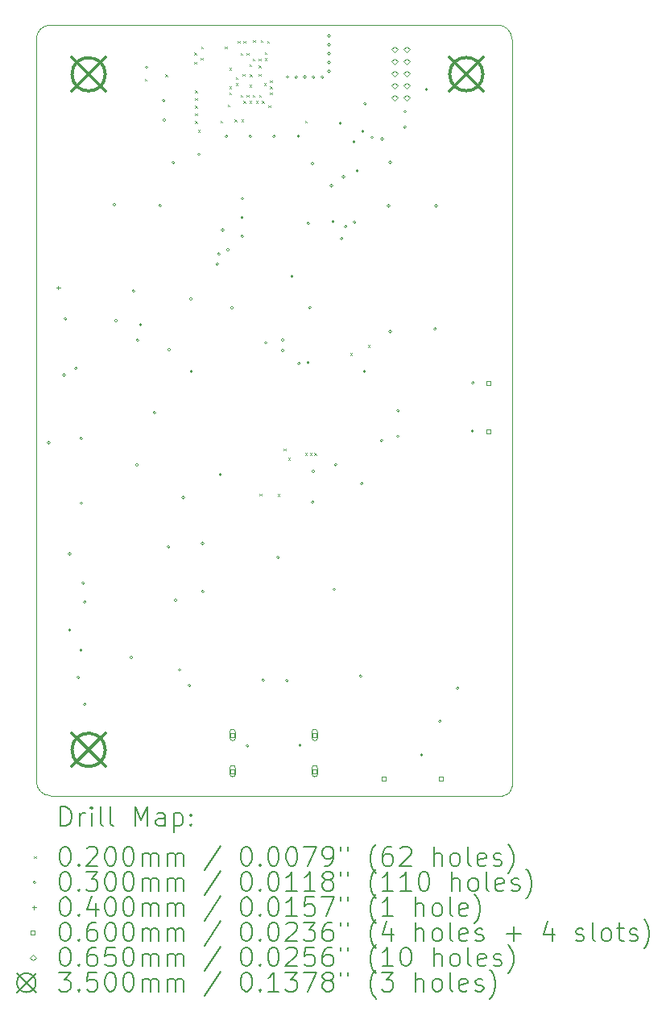
<source format=gbr>
%TF.GenerationSoftware,KiCad,Pcbnew,7.0.10-7.0.10~ubuntu22.04.1*%
%TF.CreationDate,2024-04-30T07:38:53+03:00*%
%TF.ProjectId,imu-mouse,696d752d-6d6f-4757-9365-2e6b69636164,v1*%
%TF.SameCoordinates,Original*%
%TF.FileFunction,Drillmap*%
%TF.FilePolarity,Positive*%
%FSLAX45Y45*%
G04 Gerber Fmt 4.5, Leading zero omitted, Abs format (unit mm)*
G04 Created by KiCad (PCBNEW 7.0.10-7.0.10~ubuntu22.04.1) date 2024-04-30 07:38:53*
%MOMM*%
%LPD*%
G01*
G04 APERTURE LIST*
%ADD10C,0.100000*%
%ADD11C,0.200000*%
%ADD12C,0.350000*%
G04 APERTURE END LIST*
D10*
X11850000Y-20350000D02*
G75*
G03*
X11950000Y-20250000I0J100000D01*
G01*
X11950000Y-12400000D02*
G75*
G03*
X11800000Y-12250000I-150000J0D01*
G01*
X6950000Y-20200000D02*
X6950000Y-12400000D01*
X6950000Y-20200000D02*
G75*
G03*
X7100000Y-20350000I150000J0D01*
G01*
X7100000Y-12250000D02*
X11800000Y-12250000D01*
X11950000Y-20250000D02*
X11950000Y-12400000D01*
X7100000Y-20350000D02*
X11850000Y-20350000D01*
X7100000Y-12250000D02*
G75*
G03*
X6950000Y-12400000I0J-150000D01*
G01*
D11*
D10*
X8091000Y-12818000D02*
X8111000Y-12838000D01*
X8111000Y-12818000D02*
X8091000Y-12838000D01*
X8306000Y-12768000D02*
X8326000Y-12788000D01*
X8326000Y-12768000D02*
X8306000Y-12788000D01*
X8610000Y-12541000D02*
X8630000Y-12561000D01*
X8630000Y-12541000D02*
X8610000Y-12561000D01*
X8610000Y-12640000D02*
X8630000Y-12660000D01*
X8630000Y-12640000D02*
X8610000Y-12660000D01*
X8620000Y-12940000D02*
X8640000Y-12960000D01*
X8640000Y-12940000D02*
X8620000Y-12960000D01*
X8620000Y-13020000D02*
X8640000Y-13040000D01*
X8640000Y-13020000D02*
X8620000Y-13040000D01*
X8620000Y-13100000D02*
X8640000Y-13120000D01*
X8640000Y-13100000D02*
X8620000Y-13120000D01*
X8620000Y-13180000D02*
X8640000Y-13200000D01*
X8640000Y-13180000D02*
X8620000Y-13200000D01*
X8620000Y-13260000D02*
X8640000Y-13280000D01*
X8640000Y-13260000D02*
X8620000Y-13280000D01*
X8650000Y-13353000D02*
X8670000Y-13373000D01*
X8670000Y-13353000D02*
X8650000Y-13373000D01*
X8678000Y-12596000D02*
X8698000Y-12616000D01*
X8698000Y-12596000D02*
X8678000Y-12616000D01*
X8685000Y-12475000D02*
X8705000Y-12495000D01*
X8705000Y-12475000D02*
X8685000Y-12495000D01*
X8884000Y-13254000D02*
X8904000Y-13274000D01*
X8904000Y-13254000D02*
X8884000Y-13274000D01*
X8933000Y-12480000D02*
X8953000Y-12500000D01*
X8953000Y-12480000D02*
X8933000Y-12500000D01*
X8962000Y-13086000D02*
X8982000Y-13106000D01*
X8982000Y-13086000D02*
X8962000Y-13106000D01*
X8980000Y-12701000D02*
X9000000Y-12721000D01*
X9000000Y-12701000D02*
X8980000Y-12721000D01*
X8980000Y-12896000D02*
X9000000Y-12916000D01*
X9000000Y-12896000D02*
X8980000Y-12916000D01*
X8980000Y-12961000D02*
X9000000Y-12981000D01*
X9000000Y-12961000D02*
X8980000Y-12981000D01*
X9034000Y-13244000D02*
X9054000Y-13264000D01*
X9054000Y-13244000D02*
X9034000Y-13264000D01*
X9045000Y-12798500D02*
X9065000Y-12818500D01*
X9065000Y-12798500D02*
X9045000Y-12818500D01*
X9045000Y-12863500D02*
X9065000Y-12883500D01*
X9065000Y-12863500D02*
X9045000Y-12883500D01*
X9069000Y-12419000D02*
X9089000Y-12439000D01*
X9089000Y-12419000D02*
X9069000Y-12439000D01*
X9096300Y-12547000D02*
X9116300Y-12567000D01*
X9116300Y-12547000D02*
X9096300Y-12567000D01*
X9096300Y-12985000D02*
X9116300Y-13005000D01*
X9116300Y-12985000D02*
X9096300Y-13005000D01*
X9109000Y-13244000D02*
X9129000Y-13264000D01*
X9129000Y-13244000D02*
X9109000Y-13264000D01*
X9120000Y-12767000D02*
X9140000Y-12787000D01*
X9140000Y-12767000D02*
X9120000Y-12787000D01*
X9128800Y-13050000D02*
X9148800Y-13070000D01*
X9148800Y-13050000D02*
X9128800Y-13070000D01*
X9129000Y-12419000D02*
X9149000Y-12439000D01*
X9149000Y-12419000D02*
X9129000Y-12439000D01*
X9161300Y-12547000D02*
X9181300Y-12567000D01*
X9181300Y-12547000D02*
X9161300Y-12567000D01*
X9161300Y-12985000D02*
X9181300Y-13005000D01*
X9181300Y-12985000D02*
X9161300Y-13005000D01*
X9192000Y-12879000D02*
X9212000Y-12899000D01*
X9212000Y-12879000D02*
X9192000Y-12899000D01*
X9193000Y-12662000D02*
X9213000Y-12682000D01*
X9213000Y-12662000D02*
X9193000Y-12682000D01*
X9193800Y-13050000D02*
X9213800Y-13070000D01*
X9213800Y-13050000D02*
X9193800Y-13070000D01*
X9196000Y-12768000D02*
X9216000Y-12788000D01*
X9216000Y-12768000D02*
X9196000Y-12788000D01*
X9224000Y-12604000D02*
X9244000Y-12624000D01*
X9244000Y-12604000D02*
X9224000Y-12624000D01*
X9226300Y-12985000D02*
X9246300Y-13005000D01*
X9246300Y-12985000D02*
X9226300Y-13005000D01*
X9229000Y-12409000D02*
X9249000Y-12429000D01*
X9249000Y-12409000D02*
X9229000Y-12429000D01*
X9258800Y-13050000D02*
X9278800Y-13070000D01*
X9278800Y-13050000D02*
X9258800Y-13070000D01*
X9288000Y-12767000D02*
X9308000Y-12787000D01*
X9308000Y-12767000D02*
X9288000Y-12787000D01*
X9289000Y-12607000D02*
X9309000Y-12627000D01*
X9309000Y-12607000D02*
X9289000Y-12627000D01*
X9289000Y-12675000D02*
X9309000Y-12695000D01*
X9309000Y-12675000D02*
X9289000Y-12695000D01*
X9291300Y-12985000D02*
X9311300Y-13005000D01*
X9311300Y-12985000D02*
X9291300Y-13005000D01*
X9296000Y-17177000D02*
X9316000Y-17197000D01*
X9316000Y-17177000D02*
X9296000Y-17197000D01*
X9309000Y-12409000D02*
X9329000Y-12429000D01*
X9329000Y-12409000D02*
X9309000Y-12429000D01*
X9323800Y-13050000D02*
X9343800Y-13070000D01*
X9343800Y-13050000D02*
X9323800Y-13070000D01*
X9343000Y-12862000D02*
X9363000Y-12882000D01*
X9363000Y-12862000D02*
X9343000Y-12882000D01*
X9350000Y-12601000D02*
X9370000Y-12621000D01*
X9370000Y-12601000D02*
X9350000Y-12621000D01*
X9353000Y-12538000D02*
X9373000Y-12558000D01*
X9373000Y-12538000D02*
X9353000Y-12558000D01*
X9379000Y-12419000D02*
X9399000Y-12439000D01*
X9399000Y-12419000D02*
X9379000Y-12439000D01*
X9389000Y-13093000D02*
X9409000Y-13113000D01*
X9409000Y-13093000D02*
X9389000Y-13113000D01*
X9407500Y-12831000D02*
X9427500Y-12851000D01*
X9427500Y-12831000D02*
X9407500Y-12851000D01*
X9407500Y-12896000D02*
X9427500Y-12916000D01*
X9427500Y-12896000D02*
X9407500Y-12916000D01*
X9407500Y-12961000D02*
X9427500Y-12981000D01*
X9427500Y-12961000D02*
X9407500Y-12981000D01*
X9490000Y-17182000D02*
X9510000Y-17202000D01*
X9510000Y-17182000D02*
X9490000Y-17202000D01*
X9551000Y-16702000D02*
X9571000Y-16722000D01*
X9571000Y-16702000D02*
X9551000Y-16722000D01*
X9600000Y-16800000D02*
X9620000Y-16820000D01*
X9620000Y-16800000D02*
X9600000Y-16820000D01*
X9773750Y-16750000D02*
X9793750Y-16770000D01*
X9793750Y-16750000D02*
X9773750Y-16770000D01*
X9778000Y-13254000D02*
X9798000Y-13274000D01*
X9798000Y-13254000D02*
X9778000Y-13274000D01*
X9824000Y-16750000D02*
X9844000Y-16770000D01*
X9844000Y-16750000D02*
X9824000Y-16770000D01*
X9874000Y-16750000D02*
X9894000Y-16770000D01*
X9894000Y-16750000D02*
X9874000Y-16770000D01*
X10250000Y-15700000D02*
X10270000Y-15720000D01*
X10270000Y-15700000D02*
X10250000Y-15720000D01*
X10436000Y-15614000D02*
X10456000Y-15634000D01*
X10456000Y-15614000D02*
X10436000Y-15634000D01*
X7097000Y-16640000D02*
G75*
G03*
X7067000Y-16640000I-15000J0D01*
G01*
X7067000Y-16640000D02*
G75*
G03*
X7097000Y-16640000I15000J0D01*
G01*
X7255000Y-15930000D02*
G75*
G03*
X7225000Y-15930000I-15000J0D01*
G01*
X7225000Y-15930000D02*
G75*
G03*
X7255000Y-15930000I15000J0D01*
G01*
X7271000Y-15337000D02*
G75*
G03*
X7241000Y-15337000I-15000J0D01*
G01*
X7241000Y-15337000D02*
G75*
G03*
X7271000Y-15337000I15000J0D01*
G01*
X7315000Y-17810000D02*
G75*
G03*
X7285000Y-17810000I-15000J0D01*
G01*
X7285000Y-17810000D02*
G75*
G03*
X7315000Y-17810000I15000J0D01*
G01*
X7315000Y-18610000D02*
G75*
G03*
X7285000Y-18610000I-15000J0D01*
G01*
X7285000Y-18610000D02*
G75*
G03*
X7315000Y-18610000I15000J0D01*
G01*
X7380000Y-15859000D02*
G75*
G03*
X7350000Y-15859000I-15000J0D01*
G01*
X7350000Y-15859000D02*
G75*
G03*
X7380000Y-15859000I15000J0D01*
G01*
X7407000Y-19108000D02*
G75*
G03*
X7377000Y-19108000I-15000J0D01*
G01*
X7377000Y-19108000D02*
G75*
G03*
X7407000Y-19108000I15000J0D01*
G01*
X7435000Y-16596000D02*
G75*
G03*
X7405000Y-16596000I-15000J0D01*
G01*
X7405000Y-16596000D02*
G75*
G03*
X7435000Y-16596000I15000J0D01*
G01*
X7435000Y-18820000D02*
G75*
G03*
X7405000Y-18820000I-15000J0D01*
G01*
X7405000Y-18820000D02*
G75*
G03*
X7435000Y-18820000I15000J0D01*
G01*
X7440000Y-17275000D02*
G75*
G03*
X7410000Y-17275000I-15000J0D01*
G01*
X7410000Y-17275000D02*
G75*
G03*
X7440000Y-17275000I15000J0D01*
G01*
X7457000Y-18117000D02*
G75*
G03*
X7427000Y-18117000I-15000J0D01*
G01*
X7427000Y-18117000D02*
G75*
G03*
X7457000Y-18117000I15000J0D01*
G01*
X7473000Y-18315000D02*
G75*
G03*
X7443000Y-18315000I-15000J0D01*
G01*
X7443000Y-18315000D02*
G75*
G03*
X7473000Y-18315000I15000J0D01*
G01*
X7475000Y-19390000D02*
G75*
G03*
X7445000Y-19390000I-15000J0D01*
G01*
X7445000Y-19390000D02*
G75*
G03*
X7475000Y-19390000I15000J0D01*
G01*
X7785000Y-14139000D02*
G75*
G03*
X7755000Y-14139000I-15000J0D01*
G01*
X7755000Y-14139000D02*
G75*
G03*
X7785000Y-14139000I15000J0D01*
G01*
X7803000Y-15357000D02*
G75*
G03*
X7773000Y-15357000I-15000J0D01*
G01*
X7773000Y-15357000D02*
G75*
G03*
X7803000Y-15357000I15000J0D01*
G01*
X7965000Y-18897000D02*
G75*
G03*
X7935000Y-18897000I-15000J0D01*
G01*
X7935000Y-18897000D02*
G75*
G03*
X7965000Y-18897000I15000J0D01*
G01*
X7986000Y-15046000D02*
G75*
G03*
X7956000Y-15046000I-15000J0D01*
G01*
X7956000Y-15046000D02*
G75*
G03*
X7986000Y-15046000I15000J0D01*
G01*
X8023000Y-16873000D02*
G75*
G03*
X7993000Y-16873000I-15000J0D01*
G01*
X7993000Y-16873000D02*
G75*
G03*
X8023000Y-16873000I15000J0D01*
G01*
X8029000Y-15564000D02*
G75*
G03*
X7999000Y-15564000I-15000J0D01*
G01*
X7999000Y-15564000D02*
G75*
G03*
X8029000Y-15564000I15000J0D01*
G01*
X8061000Y-15401000D02*
G75*
G03*
X8031000Y-15401000I-15000J0D01*
G01*
X8031000Y-15401000D02*
G75*
G03*
X8061000Y-15401000I15000J0D01*
G01*
X8124000Y-12694000D02*
G75*
G03*
X8094000Y-12694000I-15000J0D01*
G01*
X8094000Y-12694000D02*
G75*
G03*
X8124000Y-12694000I15000J0D01*
G01*
X8206000Y-16325000D02*
G75*
G03*
X8176000Y-16325000I-15000J0D01*
G01*
X8176000Y-16325000D02*
G75*
G03*
X8206000Y-16325000I15000J0D01*
G01*
X8266000Y-14148000D02*
G75*
G03*
X8236000Y-14148000I-15000J0D01*
G01*
X8236000Y-14148000D02*
G75*
G03*
X8266000Y-14148000I15000J0D01*
G01*
X8305000Y-13045000D02*
G75*
G03*
X8275000Y-13045000I-15000J0D01*
G01*
X8275000Y-13045000D02*
G75*
G03*
X8305000Y-13045000I15000J0D01*
G01*
X8310000Y-13250000D02*
G75*
G03*
X8280000Y-13250000I-15000J0D01*
G01*
X8280000Y-13250000D02*
G75*
G03*
X8310000Y-13250000I15000J0D01*
G01*
X8355000Y-17735000D02*
G75*
G03*
X8325000Y-17735000I-15000J0D01*
G01*
X8325000Y-17735000D02*
G75*
G03*
X8355000Y-17735000I15000J0D01*
G01*
X8363000Y-15662000D02*
G75*
G03*
X8333000Y-15662000I-15000J0D01*
G01*
X8333000Y-15662000D02*
G75*
G03*
X8363000Y-15662000I15000J0D01*
G01*
X8406000Y-13695000D02*
G75*
G03*
X8376000Y-13695000I-15000J0D01*
G01*
X8376000Y-13695000D02*
G75*
G03*
X8406000Y-13695000I15000J0D01*
G01*
X8430000Y-18295000D02*
G75*
G03*
X8400000Y-18295000I-15000J0D01*
G01*
X8400000Y-18295000D02*
G75*
G03*
X8430000Y-18295000I15000J0D01*
G01*
X8471000Y-19027000D02*
G75*
G03*
X8441000Y-19027000I-15000J0D01*
G01*
X8441000Y-19027000D02*
G75*
G03*
X8471000Y-19027000I15000J0D01*
G01*
X8510000Y-17215000D02*
G75*
G03*
X8480000Y-17215000I-15000J0D01*
G01*
X8480000Y-17215000D02*
G75*
G03*
X8510000Y-17215000I15000J0D01*
G01*
X8575000Y-19190000D02*
G75*
G03*
X8545000Y-19190000I-15000J0D01*
G01*
X8545000Y-19190000D02*
G75*
G03*
X8575000Y-19190000I15000J0D01*
G01*
X8590000Y-15130000D02*
G75*
G03*
X8560000Y-15130000I-15000J0D01*
G01*
X8560000Y-15130000D02*
G75*
G03*
X8590000Y-15130000I15000J0D01*
G01*
X8595000Y-15890000D02*
G75*
G03*
X8565000Y-15890000I-15000J0D01*
G01*
X8565000Y-15890000D02*
G75*
G03*
X8595000Y-15890000I15000J0D01*
G01*
X8675000Y-13610000D02*
G75*
G03*
X8645000Y-13610000I-15000J0D01*
G01*
X8645000Y-13610000D02*
G75*
G03*
X8675000Y-13610000I15000J0D01*
G01*
X8712000Y-17699000D02*
G75*
G03*
X8682000Y-17699000I-15000J0D01*
G01*
X8682000Y-17699000D02*
G75*
G03*
X8712000Y-17699000I15000J0D01*
G01*
X8715000Y-18206000D02*
G75*
G03*
X8685000Y-18206000I-15000J0D01*
G01*
X8685000Y-18206000D02*
G75*
G03*
X8715000Y-18206000I15000J0D01*
G01*
X8866000Y-14763000D02*
G75*
G03*
X8836000Y-14763000I-15000J0D01*
G01*
X8836000Y-14763000D02*
G75*
G03*
X8866000Y-14763000I15000J0D01*
G01*
X8884000Y-14655000D02*
G75*
G03*
X8854000Y-14655000I-15000J0D01*
G01*
X8854000Y-14655000D02*
G75*
G03*
X8884000Y-14655000I15000J0D01*
G01*
X8900000Y-16975000D02*
G75*
G03*
X8870000Y-16975000I-15000J0D01*
G01*
X8870000Y-16975000D02*
G75*
G03*
X8900000Y-16975000I15000J0D01*
G01*
X8924000Y-14405000D02*
G75*
G03*
X8894000Y-14405000I-15000J0D01*
G01*
X8894000Y-14405000D02*
G75*
G03*
X8924000Y-14405000I15000J0D01*
G01*
X8965000Y-13420000D02*
G75*
G03*
X8935000Y-13420000I-15000J0D01*
G01*
X8935000Y-13420000D02*
G75*
G03*
X8965000Y-13420000I15000J0D01*
G01*
X8979000Y-14614000D02*
G75*
G03*
X8949000Y-14614000I-15000J0D01*
G01*
X8949000Y-14614000D02*
G75*
G03*
X8979000Y-14614000I15000J0D01*
G01*
X9021000Y-15222000D02*
G75*
G03*
X8991000Y-15222000I-15000J0D01*
G01*
X8991000Y-15222000D02*
G75*
G03*
X9021000Y-15222000I15000J0D01*
G01*
X9127000Y-14273000D02*
G75*
G03*
X9097000Y-14273000I-15000J0D01*
G01*
X9097000Y-14273000D02*
G75*
G03*
X9127000Y-14273000I15000J0D01*
G01*
X9130000Y-14075000D02*
G75*
G03*
X9100000Y-14075000I-15000J0D01*
G01*
X9100000Y-14075000D02*
G75*
G03*
X9130000Y-14075000I15000J0D01*
G01*
X9130000Y-14472000D02*
G75*
G03*
X9100000Y-14472000I-15000J0D01*
G01*
X9100000Y-14472000D02*
G75*
G03*
X9130000Y-14472000I15000J0D01*
G01*
X9185502Y-19826498D02*
G75*
G03*
X9155502Y-19826498I-15000J0D01*
G01*
X9155502Y-19826498D02*
G75*
G03*
X9185502Y-19826498I15000J0D01*
G01*
X9215000Y-13420000D02*
G75*
G03*
X9185000Y-13420000I-15000J0D01*
G01*
X9185000Y-13420000D02*
G75*
G03*
X9215000Y-13420000I15000J0D01*
G01*
X9349000Y-19137000D02*
G75*
G03*
X9319000Y-19137000I-15000J0D01*
G01*
X9319000Y-19137000D02*
G75*
G03*
X9349000Y-19137000I15000J0D01*
G01*
X9378000Y-15590000D02*
G75*
G03*
X9348000Y-15590000I-15000J0D01*
G01*
X9348000Y-15590000D02*
G75*
G03*
X9378000Y-15590000I15000J0D01*
G01*
X9465000Y-13420000D02*
G75*
G03*
X9435000Y-13420000I-15000J0D01*
G01*
X9435000Y-13420000D02*
G75*
G03*
X9465000Y-13420000I15000J0D01*
G01*
X9506000Y-17846000D02*
G75*
G03*
X9476000Y-17846000I-15000J0D01*
G01*
X9476000Y-17846000D02*
G75*
G03*
X9506000Y-17846000I15000J0D01*
G01*
X9555000Y-15671000D02*
G75*
G03*
X9525000Y-15671000I-15000J0D01*
G01*
X9525000Y-15671000D02*
G75*
G03*
X9555000Y-15671000I15000J0D01*
G01*
X9556000Y-15561000D02*
G75*
G03*
X9526000Y-15561000I-15000J0D01*
G01*
X9526000Y-15561000D02*
G75*
G03*
X9556000Y-15561000I15000J0D01*
G01*
X9601000Y-19140000D02*
G75*
G03*
X9571000Y-19140000I-15000J0D01*
G01*
X9571000Y-19140000D02*
G75*
G03*
X9601000Y-19140000I15000J0D01*
G01*
X9605500Y-12798000D02*
G75*
G03*
X9575500Y-12798000I-15000J0D01*
G01*
X9575500Y-12798000D02*
G75*
G03*
X9605500Y-12798000I15000J0D01*
G01*
X9653000Y-14893000D02*
G75*
G03*
X9623000Y-14893000I-15000J0D01*
G01*
X9623000Y-14893000D02*
G75*
G03*
X9653000Y-14893000I15000J0D01*
G01*
X9696750Y-12798000D02*
G75*
G03*
X9666750Y-12798000I-15000J0D01*
G01*
X9666750Y-12798000D02*
G75*
G03*
X9696750Y-12798000I15000J0D01*
G01*
X9720000Y-13420000D02*
G75*
G03*
X9690000Y-13420000I-15000J0D01*
G01*
X9690000Y-13420000D02*
G75*
G03*
X9720000Y-13420000I15000J0D01*
G01*
X9726000Y-15807000D02*
G75*
G03*
X9696000Y-15807000I-15000J0D01*
G01*
X9696000Y-15807000D02*
G75*
G03*
X9726000Y-15807000I15000J0D01*
G01*
X9735502Y-19819502D02*
G75*
G03*
X9705502Y-19819502I-15000J0D01*
G01*
X9705502Y-19819502D02*
G75*
G03*
X9735502Y-19819502I15000J0D01*
G01*
X9788000Y-12798000D02*
G75*
G03*
X9758000Y-12798000I-15000J0D01*
G01*
X9758000Y-12798000D02*
G75*
G03*
X9788000Y-12798000I15000J0D01*
G01*
X9821000Y-15797000D02*
G75*
G03*
X9791000Y-15797000I-15000J0D01*
G01*
X9791000Y-15797000D02*
G75*
G03*
X9821000Y-15797000I15000J0D01*
G01*
X9825000Y-14335000D02*
G75*
G03*
X9795000Y-14335000I-15000J0D01*
G01*
X9795000Y-14335000D02*
G75*
G03*
X9825000Y-14335000I15000J0D01*
G01*
X9841000Y-15220000D02*
G75*
G03*
X9811000Y-15220000I-15000J0D01*
G01*
X9811000Y-15220000D02*
G75*
G03*
X9841000Y-15220000I15000J0D01*
G01*
X9870000Y-13707000D02*
G75*
G03*
X9840000Y-13707000I-15000J0D01*
G01*
X9840000Y-13707000D02*
G75*
G03*
X9870000Y-13707000I15000J0D01*
G01*
X9870000Y-17265000D02*
G75*
G03*
X9840000Y-17265000I-15000J0D01*
G01*
X9840000Y-17265000D02*
G75*
G03*
X9870000Y-17265000I15000J0D01*
G01*
X9876000Y-16941000D02*
G75*
G03*
X9846000Y-16941000I-15000J0D01*
G01*
X9846000Y-16941000D02*
G75*
G03*
X9876000Y-16941000I15000J0D01*
G01*
X9879250Y-12798000D02*
G75*
G03*
X9849250Y-12798000I-15000J0D01*
G01*
X9849250Y-12798000D02*
G75*
G03*
X9879250Y-12798000I15000J0D01*
G01*
X9970500Y-12798000D02*
G75*
G03*
X9940500Y-12798000I-15000J0D01*
G01*
X9940500Y-12798000D02*
G75*
G03*
X9970500Y-12798000I15000J0D01*
G01*
X10041000Y-12366000D02*
G75*
G03*
X10011000Y-12366000I-15000J0D01*
G01*
X10011000Y-12366000D02*
G75*
G03*
X10041000Y-12366000I15000J0D01*
G01*
X10041000Y-12459000D02*
G75*
G03*
X10011000Y-12459000I-15000J0D01*
G01*
X10011000Y-12459000D02*
G75*
G03*
X10041000Y-12459000I15000J0D01*
G01*
X10041000Y-12552000D02*
G75*
G03*
X10011000Y-12552000I-15000J0D01*
G01*
X10011000Y-12552000D02*
G75*
G03*
X10041000Y-12552000I15000J0D01*
G01*
X10041000Y-12645000D02*
G75*
G03*
X10011000Y-12645000I-15000J0D01*
G01*
X10011000Y-12645000D02*
G75*
G03*
X10041000Y-12645000I15000J0D01*
G01*
X10041000Y-12738000D02*
G75*
G03*
X10011000Y-12738000I-15000J0D01*
G01*
X10011000Y-12738000D02*
G75*
G03*
X10041000Y-12738000I15000J0D01*
G01*
X10067000Y-13939000D02*
G75*
G03*
X10037000Y-13939000I-15000J0D01*
G01*
X10037000Y-13939000D02*
G75*
G03*
X10067000Y-13939000I15000J0D01*
G01*
X10085000Y-14316000D02*
G75*
G03*
X10055000Y-14316000I-15000J0D01*
G01*
X10055000Y-14316000D02*
G75*
G03*
X10085000Y-14316000I15000J0D01*
G01*
X10097000Y-18180000D02*
G75*
G03*
X10067000Y-18180000I-15000J0D01*
G01*
X10067000Y-18180000D02*
G75*
G03*
X10097000Y-18180000I15000J0D01*
G01*
X10111000Y-16870000D02*
G75*
G03*
X10081000Y-16870000I-15000J0D01*
G01*
X10081000Y-16870000D02*
G75*
G03*
X10111000Y-16870000I15000J0D01*
G01*
X10160000Y-13284000D02*
G75*
G03*
X10130000Y-13284000I-15000J0D01*
G01*
X10130000Y-13284000D02*
G75*
G03*
X10160000Y-13284000I15000J0D01*
G01*
X10175000Y-14497000D02*
G75*
G03*
X10145000Y-14497000I-15000J0D01*
G01*
X10145000Y-14497000D02*
G75*
G03*
X10175000Y-14497000I15000J0D01*
G01*
X10194000Y-13848000D02*
G75*
G03*
X10164000Y-13848000I-15000J0D01*
G01*
X10164000Y-13848000D02*
G75*
G03*
X10194000Y-13848000I15000J0D01*
G01*
X10217000Y-14368000D02*
G75*
G03*
X10187000Y-14368000I-15000J0D01*
G01*
X10187000Y-14368000D02*
G75*
G03*
X10217000Y-14368000I15000J0D01*
G01*
X10305000Y-13477000D02*
G75*
G03*
X10275000Y-13477000I-15000J0D01*
G01*
X10275000Y-13477000D02*
G75*
G03*
X10305000Y-13477000I15000J0D01*
G01*
X10311000Y-14324000D02*
G75*
G03*
X10281000Y-14324000I-15000J0D01*
G01*
X10281000Y-14324000D02*
G75*
G03*
X10311000Y-14324000I15000J0D01*
G01*
X10339000Y-13783000D02*
G75*
G03*
X10309000Y-13783000I-15000J0D01*
G01*
X10309000Y-13783000D02*
G75*
G03*
X10339000Y-13783000I15000J0D01*
G01*
X10374000Y-19093000D02*
G75*
G03*
X10344000Y-19093000I-15000J0D01*
G01*
X10344000Y-19093000D02*
G75*
G03*
X10374000Y-19093000I15000J0D01*
G01*
X10385000Y-17070000D02*
G75*
G03*
X10355000Y-17070000I-15000J0D01*
G01*
X10355000Y-17070000D02*
G75*
G03*
X10385000Y-17070000I15000J0D01*
G01*
X10399000Y-13368000D02*
G75*
G03*
X10369000Y-13368000I-15000J0D01*
G01*
X10369000Y-13368000D02*
G75*
G03*
X10399000Y-13368000I15000J0D01*
G01*
X10415000Y-15890000D02*
G75*
G03*
X10385000Y-15890000I-15000J0D01*
G01*
X10385000Y-15890000D02*
G75*
G03*
X10415000Y-15890000I15000J0D01*
G01*
X10420000Y-13077000D02*
G75*
G03*
X10390000Y-13077000I-15000J0D01*
G01*
X10390000Y-13077000D02*
G75*
G03*
X10420000Y-13077000I15000J0D01*
G01*
X10496000Y-13431000D02*
G75*
G03*
X10466000Y-13431000I-15000J0D01*
G01*
X10466000Y-13431000D02*
G75*
G03*
X10496000Y-13431000I15000J0D01*
G01*
X10595000Y-16618000D02*
G75*
G03*
X10565000Y-16618000I-15000J0D01*
G01*
X10565000Y-16618000D02*
G75*
G03*
X10595000Y-16618000I15000J0D01*
G01*
X10600500Y-13449500D02*
G75*
G03*
X10570500Y-13449500I-15000J0D01*
G01*
X10570500Y-13449500D02*
G75*
G03*
X10600500Y-13449500I15000J0D01*
G01*
X10668000Y-14150000D02*
G75*
G03*
X10638000Y-14150000I-15000J0D01*
G01*
X10638000Y-14150000D02*
G75*
G03*
X10668000Y-14150000I15000J0D01*
G01*
X10685000Y-13693000D02*
G75*
G03*
X10655000Y-13693000I-15000J0D01*
G01*
X10655000Y-13693000D02*
G75*
G03*
X10685000Y-13693000I15000J0D01*
G01*
X10685000Y-15470000D02*
G75*
G03*
X10655000Y-15470000I-15000J0D01*
G01*
X10655000Y-15470000D02*
G75*
G03*
X10685000Y-15470000I15000J0D01*
G01*
X10766000Y-16572000D02*
G75*
G03*
X10736000Y-16572000I-15000J0D01*
G01*
X10736000Y-16572000D02*
G75*
G03*
X10766000Y-16572000I15000J0D01*
G01*
X10768000Y-16304000D02*
G75*
G03*
X10738000Y-16304000I-15000J0D01*
G01*
X10738000Y-16304000D02*
G75*
G03*
X10768000Y-16304000I15000J0D01*
G01*
X10840000Y-13323000D02*
G75*
G03*
X10810000Y-13323000I-15000J0D01*
G01*
X10810000Y-13323000D02*
G75*
G03*
X10840000Y-13323000I15000J0D01*
G01*
X10842000Y-13161000D02*
G75*
G03*
X10812000Y-13161000I-15000J0D01*
G01*
X10812000Y-13161000D02*
G75*
G03*
X10842000Y-13161000I15000J0D01*
G01*
X11015000Y-19920000D02*
G75*
G03*
X10985000Y-19920000I-15000J0D01*
G01*
X10985000Y-19920000D02*
G75*
G03*
X11015000Y-19920000I15000J0D01*
G01*
X11066000Y-12928000D02*
G75*
G03*
X11036000Y-12928000I-15000J0D01*
G01*
X11036000Y-12928000D02*
G75*
G03*
X11066000Y-12928000I15000J0D01*
G01*
X11158000Y-15444000D02*
G75*
G03*
X11128000Y-15444000I-15000J0D01*
G01*
X11128000Y-15444000D02*
G75*
G03*
X11158000Y-15444000I15000J0D01*
G01*
X11168000Y-14151000D02*
G75*
G03*
X11138000Y-14151000I-15000J0D01*
G01*
X11138000Y-14151000D02*
G75*
G03*
X11168000Y-14151000I15000J0D01*
G01*
X11208000Y-19568000D02*
G75*
G03*
X11178000Y-19568000I-15000J0D01*
G01*
X11178000Y-19568000D02*
G75*
G03*
X11208000Y-19568000I15000J0D01*
G01*
X11395000Y-19220000D02*
G75*
G03*
X11365000Y-19220000I-15000J0D01*
G01*
X11365000Y-19220000D02*
G75*
G03*
X11395000Y-19220000I15000J0D01*
G01*
X11549000Y-16517000D02*
G75*
G03*
X11519000Y-16517000I-15000J0D01*
G01*
X11519000Y-16517000D02*
G75*
G03*
X11549000Y-16517000I15000J0D01*
G01*
X11555000Y-16010000D02*
G75*
G03*
X11525000Y-16010000I-15000J0D01*
G01*
X11525000Y-16010000D02*
G75*
G03*
X11555000Y-16010000I15000J0D01*
G01*
X7180000Y-14990000D02*
X7180000Y-15030000D01*
X7160000Y-15010000D02*
X7200000Y-15010000D01*
X9034716Y-19732134D02*
X9034716Y-19689707D01*
X8992289Y-19689707D01*
X8992289Y-19732134D01*
X9034716Y-19732134D01*
X8983502Y-19680921D02*
X8983502Y-19740921D01*
X8983502Y-19740921D02*
G75*
G03*
X9043502Y-19740921I30000J0D01*
G01*
X9043502Y-19740921D02*
X9043502Y-19680921D01*
X9043502Y-19680921D02*
G75*
G03*
X8983502Y-19680921I-30000J0D01*
G01*
X9034716Y-20112134D02*
X9034716Y-20069707D01*
X8992289Y-20069707D01*
X8992289Y-20112134D01*
X9034716Y-20112134D01*
X8983502Y-20060921D02*
X8983502Y-20120921D01*
X8983502Y-20120921D02*
G75*
G03*
X9043502Y-20120921I30000J0D01*
G01*
X9043502Y-20120921D02*
X9043502Y-20060921D01*
X9043502Y-20060921D02*
G75*
G03*
X8983502Y-20060921I-30000J0D01*
G01*
X9898716Y-19732134D02*
X9898716Y-19689707D01*
X9856289Y-19689707D01*
X9856289Y-19732134D01*
X9898716Y-19732134D01*
X9847502Y-19680921D02*
X9847502Y-19740921D01*
X9847502Y-19740921D02*
G75*
G03*
X9907502Y-19740921I30000J0D01*
G01*
X9907502Y-19740921D02*
X9907502Y-19680921D01*
X9907502Y-19680921D02*
G75*
G03*
X9847502Y-19680921I-30000J0D01*
G01*
X9898716Y-20112134D02*
X9898716Y-20069707D01*
X9856289Y-20069707D01*
X9856289Y-20112134D01*
X9898716Y-20112134D01*
X9847502Y-20060921D02*
X9847502Y-20120921D01*
X9847502Y-20120921D02*
G75*
G03*
X9907502Y-20120921I30000J0D01*
G01*
X9907502Y-20120921D02*
X9907502Y-20060921D01*
X9907502Y-20060921D02*
G75*
G03*
X9847502Y-20060921I-30000J0D01*
G01*
X10621213Y-20189213D02*
X10621213Y-20146787D01*
X10578787Y-20146787D01*
X10578787Y-20189213D01*
X10621213Y-20189213D01*
X11221213Y-20189213D02*
X11221213Y-20146787D01*
X11178787Y-20146787D01*
X11178787Y-20189213D01*
X11221213Y-20189213D01*
X11721213Y-16031213D02*
X11721213Y-15988787D01*
X11678787Y-15988787D01*
X11678787Y-16031213D01*
X11721213Y-16031213D01*
X11721213Y-16539213D02*
X11721213Y-16496787D01*
X11678787Y-16496787D01*
X11678787Y-16539213D01*
X11721213Y-16539213D01*
X10717000Y-12540500D02*
X10749500Y-12508000D01*
X10717000Y-12475500D01*
X10684500Y-12508000D01*
X10717000Y-12540500D01*
X10717000Y-12667500D02*
X10749500Y-12635000D01*
X10717000Y-12602500D01*
X10684500Y-12635000D01*
X10717000Y-12667500D01*
X10717000Y-12794500D02*
X10749500Y-12762000D01*
X10717000Y-12729500D01*
X10684500Y-12762000D01*
X10717000Y-12794500D01*
X10717000Y-12921500D02*
X10749500Y-12889000D01*
X10717000Y-12856500D01*
X10684500Y-12889000D01*
X10717000Y-12921500D01*
X10717000Y-13048500D02*
X10749500Y-13016000D01*
X10717000Y-12983500D01*
X10684500Y-13016000D01*
X10717000Y-13048500D01*
X10844000Y-12540500D02*
X10876500Y-12508000D01*
X10844000Y-12475500D01*
X10811500Y-12508000D01*
X10844000Y-12540500D01*
X10844000Y-12667500D02*
X10876500Y-12635000D01*
X10844000Y-12602500D01*
X10811500Y-12635000D01*
X10844000Y-12667500D01*
X10844000Y-12794500D02*
X10876500Y-12762000D01*
X10844000Y-12729500D01*
X10811500Y-12762000D01*
X10844000Y-12794500D01*
X10844000Y-12921500D02*
X10876500Y-12889000D01*
X10844000Y-12856500D01*
X10811500Y-12889000D01*
X10844000Y-12921500D01*
X10844000Y-13048500D02*
X10876500Y-13016000D01*
X10844000Y-12983500D01*
X10811500Y-13016000D01*
X10844000Y-13048500D01*
D12*
X7325000Y-12593000D02*
X7675000Y-12943000D01*
X7675000Y-12593000D02*
X7325000Y-12943000D01*
X7675000Y-12768000D02*
G75*
G03*
X7325000Y-12768000I-175000J0D01*
G01*
X7325000Y-12768000D02*
G75*
G03*
X7675000Y-12768000I175000J0D01*
G01*
X7325000Y-19693000D02*
X7675000Y-20043000D01*
X7675000Y-19693000D02*
X7325000Y-20043000D01*
X7675000Y-19868000D02*
G75*
G03*
X7325000Y-19868000I-175000J0D01*
G01*
X7325000Y-19868000D02*
G75*
G03*
X7675000Y-19868000I175000J0D01*
G01*
X11295000Y-12592000D02*
X11645000Y-12942000D01*
X11645000Y-12592000D02*
X11295000Y-12942000D01*
X11645000Y-12767000D02*
G75*
G03*
X11295000Y-12767000I-175000J0D01*
G01*
X11295000Y-12767000D02*
G75*
G03*
X11645000Y-12767000I175000J0D01*
G01*
D11*
X7205777Y-20666484D02*
X7205777Y-20466484D01*
X7205777Y-20466484D02*
X7253396Y-20466484D01*
X7253396Y-20466484D02*
X7281967Y-20476008D01*
X7281967Y-20476008D02*
X7301015Y-20495055D01*
X7301015Y-20495055D02*
X7310539Y-20514103D01*
X7310539Y-20514103D02*
X7320062Y-20552198D01*
X7320062Y-20552198D02*
X7320062Y-20580770D01*
X7320062Y-20580770D02*
X7310539Y-20618865D01*
X7310539Y-20618865D02*
X7301015Y-20637912D01*
X7301015Y-20637912D02*
X7281967Y-20656960D01*
X7281967Y-20656960D02*
X7253396Y-20666484D01*
X7253396Y-20666484D02*
X7205777Y-20666484D01*
X7405777Y-20666484D02*
X7405777Y-20533150D01*
X7405777Y-20571246D02*
X7415301Y-20552198D01*
X7415301Y-20552198D02*
X7424824Y-20542674D01*
X7424824Y-20542674D02*
X7443872Y-20533150D01*
X7443872Y-20533150D02*
X7462920Y-20533150D01*
X7529586Y-20666484D02*
X7529586Y-20533150D01*
X7529586Y-20466484D02*
X7520062Y-20476008D01*
X7520062Y-20476008D02*
X7529586Y-20485531D01*
X7529586Y-20485531D02*
X7539110Y-20476008D01*
X7539110Y-20476008D02*
X7529586Y-20466484D01*
X7529586Y-20466484D02*
X7529586Y-20485531D01*
X7653396Y-20666484D02*
X7634348Y-20656960D01*
X7634348Y-20656960D02*
X7624824Y-20637912D01*
X7624824Y-20637912D02*
X7624824Y-20466484D01*
X7758158Y-20666484D02*
X7739110Y-20656960D01*
X7739110Y-20656960D02*
X7729586Y-20637912D01*
X7729586Y-20637912D02*
X7729586Y-20466484D01*
X7986729Y-20666484D02*
X7986729Y-20466484D01*
X7986729Y-20466484D02*
X8053396Y-20609341D01*
X8053396Y-20609341D02*
X8120062Y-20466484D01*
X8120062Y-20466484D02*
X8120062Y-20666484D01*
X8301015Y-20666484D02*
X8301015Y-20561722D01*
X8301015Y-20561722D02*
X8291491Y-20542674D01*
X8291491Y-20542674D02*
X8272443Y-20533150D01*
X8272443Y-20533150D02*
X8234348Y-20533150D01*
X8234348Y-20533150D02*
X8215301Y-20542674D01*
X8301015Y-20656960D02*
X8281967Y-20666484D01*
X8281967Y-20666484D02*
X8234348Y-20666484D01*
X8234348Y-20666484D02*
X8215301Y-20656960D01*
X8215301Y-20656960D02*
X8205777Y-20637912D01*
X8205777Y-20637912D02*
X8205777Y-20618865D01*
X8205777Y-20618865D02*
X8215301Y-20599817D01*
X8215301Y-20599817D02*
X8234348Y-20590293D01*
X8234348Y-20590293D02*
X8281967Y-20590293D01*
X8281967Y-20590293D02*
X8301015Y-20580770D01*
X8396253Y-20533150D02*
X8396253Y-20733150D01*
X8396253Y-20542674D02*
X8415301Y-20533150D01*
X8415301Y-20533150D02*
X8453396Y-20533150D01*
X8453396Y-20533150D02*
X8472444Y-20542674D01*
X8472444Y-20542674D02*
X8481967Y-20552198D01*
X8481967Y-20552198D02*
X8491491Y-20571246D01*
X8491491Y-20571246D02*
X8491491Y-20628389D01*
X8491491Y-20628389D02*
X8481967Y-20647436D01*
X8481967Y-20647436D02*
X8472444Y-20656960D01*
X8472444Y-20656960D02*
X8453396Y-20666484D01*
X8453396Y-20666484D02*
X8415301Y-20666484D01*
X8415301Y-20666484D02*
X8396253Y-20656960D01*
X8577205Y-20647436D02*
X8586729Y-20656960D01*
X8586729Y-20656960D02*
X8577205Y-20666484D01*
X8577205Y-20666484D02*
X8567682Y-20656960D01*
X8567682Y-20656960D02*
X8577205Y-20647436D01*
X8577205Y-20647436D02*
X8577205Y-20666484D01*
X8577205Y-20542674D02*
X8586729Y-20552198D01*
X8586729Y-20552198D02*
X8577205Y-20561722D01*
X8577205Y-20561722D02*
X8567682Y-20552198D01*
X8567682Y-20552198D02*
X8577205Y-20542674D01*
X8577205Y-20542674D02*
X8577205Y-20561722D01*
D10*
X6925000Y-20985000D02*
X6945000Y-21005000D01*
X6945000Y-20985000D02*
X6925000Y-21005000D01*
D11*
X7243872Y-20886484D02*
X7262920Y-20886484D01*
X7262920Y-20886484D02*
X7281967Y-20896008D01*
X7281967Y-20896008D02*
X7291491Y-20905531D01*
X7291491Y-20905531D02*
X7301015Y-20924579D01*
X7301015Y-20924579D02*
X7310539Y-20962674D01*
X7310539Y-20962674D02*
X7310539Y-21010293D01*
X7310539Y-21010293D02*
X7301015Y-21048389D01*
X7301015Y-21048389D02*
X7291491Y-21067436D01*
X7291491Y-21067436D02*
X7281967Y-21076960D01*
X7281967Y-21076960D02*
X7262920Y-21086484D01*
X7262920Y-21086484D02*
X7243872Y-21086484D01*
X7243872Y-21086484D02*
X7224824Y-21076960D01*
X7224824Y-21076960D02*
X7215301Y-21067436D01*
X7215301Y-21067436D02*
X7205777Y-21048389D01*
X7205777Y-21048389D02*
X7196253Y-21010293D01*
X7196253Y-21010293D02*
X7196253Y-20962674D01*
X7196253Y-20962674D02*
X7205777Y-20924579D01*
X7205777Y-20924579D02*
X7215301Y-20905531D01*
X7215301Y-20905531D02*
X7224824Y-20896008D01*
X7224824Y-20896008D02*
X7243872Y-20886484D01*
X7396253Y-21067436D02*
X7405777Y-21076960D01*
X7405777Y-21076960D02*
X7396253Y-21086484D01*
X7396253Y-21086484D02*
X7386729Y-21076960D01*
X7386729Y-21076960D02*
X7396253Y-21067436D01*
X7396253Y-21067436D02*
X7396253Y-21086484D01*
X7481967Y-20905531D02*
X7491491Y-20896008D01*
X7491491Y-20896008D02*
X7510539Y-20886484D01*
X7510539Y-20886484D02*
X7558158Y-20886484D01*
X7558158Y-20886484D02*
X7577205Y-20896008D01*
X7577205Y-20896008D02*
X7586729Y-20905531D01*
X7586729Y-20905531D02*
X7596253Y-20924579D01*
X7596253Y-20924579D02*
X7596253Y-20943627D01*
X7596253Y-20943627D02*
X7586729Y-20972198D01*
X7586729Y-20972198D02*
X7472443Y-21086484D01*
X7472443Y-21086484D02*
X7596253Y-21086484D01*
X7720062Y-20886484D02*
X7739110Y-20886484D01*
X7739110Y-20886484D02*
X7758158Y-20896008D01*
X7758158Y-20896008D02*
X7767682Y-20905531D01*
X7767682Y-20905531D02*
X7777205Y-20924579D01*
X7777205Y-20924579D02*
X7786729Y-20962674D01*
X7786729Y-20962674D02*
X7786729Y-21010293D01*
X7786729Y-21010293D02*
X7777205Y-21048389D01*
X7777205Y-21048389D02*
X7767682Y-21067436D01*
X7767682Y-21067436D02*
X7758158Y-21076960D01*
X7758158Y-21076960D02*
X7739110Y-21086484D01*
X7739110Y-21086484D02*
X7720062Y-21086484D01*
X7720062Y-21086484D02*
X7701015Y-21076960D01*
X7701015Y-21076960D02*
X7691491Y-21067436D01*
X7691491Y-21067436D02*
X7681967Y-21048389D01*
X7681967Y-21048389D02*
X7672443Y-21010293D01*
X7672443Y-21010293D02*
X7672443Y-20962674D01*
X7672443Y-20962674D02*
X7681967Y-20924579D01*
X7681967Y-20924579D02*
X7691491Y-20905531D01*
X7691491Y-20905531D02*
X7701015Y-20896008D01*
X7701015Y-20896008D02*
X7720062Y-20886484D01*
X7910539Y-20886484D02*
X7929586Y-20886484D01*
X7929586Y-20886484D02*
X7948634Y-20896008D01*
X7948634Y-20896008D02*
X7958158Y-20905531D01*
X7958158Y-20905531D02*
X7967682Y-20924579D01*
X7967682Y-20924579D02*
X7977205Y-20962674D01*
X7977205Y-20962674D02*
X7977205Y-21010293D01*
X7977205Y-21010293D02*
X7967682Y-21048389D01*
X7967682Y-21048389D02*
X7958158Y-21067436D01*
X7958158Y-21067436D02*
X7948634Y-21076960D01*
X7948634Y-21076960D02*
X7929586Y-21086484D01*
X7929586Y-21086484D02*
X7910539Y-21086484D01*
X7910539Y-21086484D02*
X7891491Y-21076960D01*
X7891491Y-21076960D02*
X7881967Y-21067436D01*
X7881967Y-21067436D02*
X7872443Y-21048389D01*
X7872443Y-21048389D02*
X7862920Y-21010293D01*
X7862920Y-21010293D02*
X7862920Y-20962674D01*
X7862920Y-20962674D02*
X7872443Y-20924579D01*
X7872443Y-20924579D02*
X7881967Y-20905531D01*
X7881967Y-20905531D02*
X7891491Y-20896008D01*
X7891491Y-20896008D02*
X7910539Y-20886484D01*
X8062920Y-21086484D02*
X8062920Y-20953150D01*
X8062920Y-20972198D02*
X8072443Y-20962674D01*
X8072443Y-20962674D02*
X8091491Y-20953150D01*
X8091491Y-20953150D02*
X8120063Y-20953150D01*
X8120063Y-20953150D02*
X8139110Y-20962674D01*
X8139110Y-20962674D02*
X8148634Y-20981722D01*
X8148634Y-20981722D02*
X8148634Y-21086484D01*
X8148634Y-20981722D02*
X8158158Y-20962674D01*
X8158158Y-20962674D02*
X8177205Y-20953150D01*
X8177205Y-20953150D02*
X8205777Y-20953150D01*
X8205777Y-20953150D02*
X8224824Y-20962674D01*
X8224824Y-20962674D02*
X8234348Y-20981722D01*
X8234348Y-20981722D02*
X8234348Y-21086484D01*
X8329586Y-21086484D02*
X8329586Y-20953150D01*
X8329586Y-20972198D02*
X8339110Y-20962674D01*
X8339110Y-20962674D02*
X8358158Y-20953150D01*
X8358158Y-20953150D02*
X8386729Y-20953150D01*
X8386729Y-20953150D02*
X8405777Y-20962674D01*
X8405777Y-20962674D02*
X8415301Y-20981722D01*
X8415301Y-20981722D02*
X8415301Y-21086484D01*
X8415301Y-20981722D02*
X8424825Y-20962674D01*
X8424825Y-20962674D02*
X8443872Y-20953150D01*
X8443872Y-20953150D02*
X8472444Y-20953150D01*
X8472444Y-20953150D02*
X8491491Y-20962674D01*
X8491491Y-20962674D02*
X8501015Y-20981722D01*
X8501015Y-20981722D02*
X8501015Y-21086484D01*
X8891491Y-20876960D02*
X8720063Y-21134103D01*
X9148634Y-20886484D02*
X9167682Y-20886484D01*
X9167682Y-20886484D02*
X9186729Y-20896008D01*
X9186729Y-20896008D02*
X9196253Y-20905531D01*
X9196253Y-20905531D02*
X9205777Y-20924579D01*
X9205777Y-20924579D02*
X9215301Y-20962674D01*
X9215301Y-20962674D02*
X9215301Y-21010293D01*
X9215301Y-21010293D02*
X9205777Y-21048389D01*
X9205777Y-21048389D02*
X9196253Y-21067436D01*
X9196253Y-21067436D02*
X9186729Y-21076960D01*
X9186729Y-21076960D02*
X9167682Y-21086484D01*
X9167682Y-21086484D02*
X9148634Y-21086484D01*
X9148634Y-21086484D02*
X9129587Y-21076960D01*
X9129587Y-21076960D02*
X9120063Y-21067436D01*
X9120063Y-21067436D02*
X9110539Y-21048389D01*
X9110539Y-21048389D02*
X9101015Y-21010293D01*
X9101015Y-21010293D02*
X9101015Y-20962674D01*
X9101015Y-20962674D02*
X9110539Y-20924579D01*
X9110539Y-20924579D02*
X9120063Y-20905531D01*
X9120063Y-20905531D02*
X9129587Y-20896008D01*
X9129587Y-20896008D02*
X9148634Y-20886484D01*
X9301015Y-21067436D02*
X9310539Y-21076960D01*
X9310539Y-21076960D02*
X9301015Y-21086484D01*
X9301015Y-21086484D02*
X9291491Y-21076960D01*
X9291491Y-21076960D02*
X9301015Y-21067436D01*
X9301015Y-21067436D02*
X9301015Y-21086484D01*
X9434348Y-20886484D02*
X9453396Y-20886484D01*
X9453396Y-20886484D02*
X9472444Y-20896008D01*
X9472444Y-20896008D02*
X9481968Y-20905531D01*
X9481968Y-20905531D02*
X9491491Y-20924579D01*
X9491491Y-20924579D02*
X9501015Y-20962674D01*
X9501015Y-20962674D02*
X9501015Y-21010293D01*
X9501015Y-21010293D02*
X9491491Y-21048389D01*
X9491491Y-21048389D02*
X9481968Y-21067436D01*
X9481968Y-21067436D02*
X9472444Y-21076960D01*
X9472444Y-21076960D02*
X9453396Y-21086484D01*
X9453396Y-21086484D02*
X9434348Y-21086484D01*
X9434348Y-21086484D02*
X9415301Y-21076960D01*
X9415301Y-21076960D02*
X9405777Y-21067436D01*
X9405777Y-21067436D02*
X9396253Y-21048389D01*
X9396253Y-21048389D02*
X9386729Y-21010293D01*
X9386729Y-21010293D02*
X9386729Y-20962674D01*
X9386729Y-20962674D02*
X9396253Y-20924579D01*
X9396253Y-20924579D02*
X9405777Y-20905531D01*
X9405777Y-20905531D02*
X9415301Y-20896008D01*
X9415301Y-20896008D02*
X9434348Y-20886484D01*
X9624825Y-20886484D02*
X9643872Y-20886484D01*
X9643872Y-20886484D02*
X9662920Y-20896008D01*
X9662920Y-20896008D02*
X9672444Y-20905531D01*
X9672444Y-20905531D02*
X9681968Y-20924579D01*
X9681968Y-20924579D02*
X9691491Y-20962674D01*
X9691491Y-20962674D02*
X9691491Y-21010293D01*
X9691491Y-21010293D02*
X9681968Y-21048389D01*
X9681968Y-21048389D02*
X9672444Y-21067436D01*
X9672444Y-21067436D02*
X9662920Y-21076960D01*
X9662920Y-21076960D02*
X9643872Y-21086484D01*
X9643872Y-21086484D02*
X9624825Y-21086484D01*
X9624825Y-21086484D02*
X9605777Y-21076960D01*
X9605777Y-21076960D02*
X9596253Y-21067436D01*
X9596253Y-21067436D02*
X9586729Y-21048389D01*
X9586729Y-21048389D02*
X9577206Y-21010293D01*
X9577206Y-21010293D02*
X9577206Y-20962674D01*
X9577206Y-20962674D02*
X9586729Y-20924579D01*
X9586729Y-20924579D02*
X9596253Y-20905531D01*
X9596253Y-20905531D02*
X9605777Y-20896008D01*
X9605777Y-20896008D02*
X9624825Y-20886484D01*
X9758158Y-20886484D02*
X9891491Y-20886484D01*
X9891491Y-20886484D02*
X9805777Y-21086484D01*
X9977206Y-21086484D02*
X10015301Y-21086484D01*
X10015301Y-21086484D02*
X10034349Y-21076960D01*
X10034349Y-21076960D02*
X10043872Y-21067436D01*
X10043872Y-21067436D02*
X10062920Y-21038865D01*
X10062920Y-21038865D02*
X10072444Y-21000770D01*
X10072444Y-21000770D02*
X10072444Y-20924579D01*
X10072444Y-20924579D02*
X10062920Y-20905531D01*
X10062920Y-20905531D02*
X10053396Y-20896008D01*
X10053396Y-20896008D02*
X10034349Y-20886484D01*
X10034349Y-20886484D02*
X9996253Y-20886484D01*
X9996253Y-20886484D02*
X9977206Y-20896008D01*
X9977206Y-20896008D02*
X9967682Y-20905531D01*
X9967682Y-20905531D02*
X9958158Y-20924579D01*
X9958158Y-20924579D02*
X9958158Y-20972198D01*
X9958158Y-20972198D02*
X9967682Y-20991246D01*
X9967682Y-20991246D02*
X9977206Y-21000770D01*
X9977206Y-21000770D02*
X9996253Y-21010293D01*
X9996253Y-21010293D02*
X10034349Y-21010293D01*
X10034349Y-21010293D02*
X10053396Y-21000770D01*
X10053396Y-21000770D02*
X10062920Y-20991246D01*
X10062920Y-20991246D02*
X10072444Y-20972198D01*
X10148634Y-20886484D02*
X10148634Y-20924579D01*
X10224825Y-20886484D02*
X10224825Y-20924579D01*
X10520063Y-21162674D02*
X10510539Y-21153150D01*
X10510539Y-21153150D02*
X10491491Y-21124579D01*
X10491491Y-21124579D02*
X10481968Y-21105531D01*
X10481968Y-21105531D02*
X10472444Y-21076960D01*
X10472444Y-21076960D02*
X10462920Y-21029341D01*
X10462920Y-21029341D02*
X10462920Y-20991246D01*
X10462920Y-20991246D02*
X10472444Y-20943627D01*
X10472444Y-20943627D02*
X10481968Y-20915055D01*
X10481968Y-20915055D02*
X10491491Y-20896008D01*
X10491491Y-20896008D02*
X10510539Y-20867436D01*
X10510539Y-20867436D02*
X10520063Y-20857912D01*
X10681968Y-20886484D02*
X10643872Y-20886484D01*
X10643872Y-20886484D02*
X10624825Y-20896008D01*
X10624825Y-20896008D02*
X10615301Y-20905531D01*
X10615301Y-20905531D02*
X10596253Y-20934103D01*
X10596253Y-20934103D02*
X10586730Y-20972198D01*
X10586730Y-20972198D02*
X10586730Y-21048389D01*
X10586730Y-21048389D02*
X10596253Y-21067436D01*
X10596253Y-21067436D02*
X10605777Y-21076960D01*
X10605777Y-21076960D02*
X10624825Y-21086484D01*
X10624825Y-21086484D02*
X10662920Y-21086484D01*
X10662920Y-21086484D02*
X10681968Y-21076960D01*
X10681968Y-21076960D02*
X10691491Y-21067436D01*
X10691491Y-21067436D02*
X10701015Y-21048389D01*
X10701015Y-21048389D02*
X10701015Y-21000770D01*
X10701015Y-21000770D02*
X10691491Y-20981722D01*
X10691491Y-20981722D02*
X10681968Y-20972198D01*
X10681968Y-20972198D02*
X10662920Y-20962674D01*
X10662920Y-20962674D02*
X10624825Y-20962674D01*
X10624825Y-20962674D02*
X10605777Y-20972198D01*
X10605777Y-20972198D02*
X10596253Y-20981722D01*
X10596253Y-20981722D02*
X10586730Y-21000770D01*
X10777206Y-20905531D02*
X10786730Y-20896008D01*
X10786730Y-20896008D02*
X10805777Y-20886484D01*
X10805777Y-20886484D02*
X10853396Y-20886484D01*
X10853396Y-20886484D02*
X10872444Y-20896008D01*
X10872444Y-20896008D02*
X10881968Y-20905531D01*
X10881968Y-20905531D02*
X10891491Y-20924579D01*
X10891491Y-20924579D02*
X10891491Y-20943627D01*
X10891491Y-20943627D02*
X10881968Y-20972198D01*
X10881968Y-20972198D02*
X10767682Y-21086484D01*
X10767682Y-21086484D02*
X10891491Y-21086484D01*
X11129587Y-21086484D02*
X11129587Y-20886484D01*
X11215301Y-21086484D02*
X11215301Y-20981722D01*
X11215301Y-20981722D02*
X11205777Y-20962674D01*
X11205777Y-20962674D02*
X11186730Y-20953150D01*
X11186730Y-20953150D02*
X11158158Y-20953150D01*
X11158158Y-20953150D02*
X11139111Y-20962674D01*
X11139111Y-20962674D02*
X11129587Y-20972198D01*
X11339110Y-21086484D02*
X11320063Y-21076960D01*
X11320063Y-21076960D02*
X11310539Y-21067436D01*
X11310539Y-21067436D02*
X11301015Y-21048389D01*
X11301015Y-21048389D02*
X11301015Y-20991246D01*
X11301015Y-20991246D02*
X11310539Y-20972198D01*
X11310539Y-20972198D02*
X11320063Y-20962674D01*
X11320063Y-20962674D02*
X11339110Y-20953150D01*
X11339110Y-20953150D02*
X11367682Y-20953150D01*
X11367682Y-20953150D02*
X11386730Y-20962674D01*
X11386730Y-20962674D02*
X11396253Y-20972198D01*
X11396253Y-20972198D02*
X11405777Y-20991246D01*
X11405777Y-20991246D02*
X11405777Y-21048389D01*
X11405777Y-21048389D02*
X11396253Y-21067436D01*
X11396253Y-21067436D02*
X11386730Y-21076960D01*
X11386730Y-21076960D02*
X11367682Y-21086484D01*
X11367682Y-21086484D02*
X11339110Y-21086484D01*
X11520063Y-21086484D02*
X11501015Y-21076960D01*
X11501015Y-21076960D02*
X11491491Y-21057912D01*
X11491491Y-21057912D02*
X11491491Y-20886484D01*
X11672444Y-21076960D02*
X11653396Y-21086484D01*
X11653396Y-21086484D02*
X11615301Y-21086484D01*
X11615301Y-21086484D02*
X11596253Y-21076960D01*
X11596253Y-21076960D02*
X11586730Y-21057912D01*
X11586730Y-21057912D02*
X11586730Y-20981722D01*
X11586730Y-20981722D02*
X11596253Y-20962674D01*
X11596253Y-20962674D02*
X11615301Y-20953150D01*
X11615301Y-20953150D02*
X11653396Y-20953150D01*
X11653396Y-20953150D02*
X11672444Y-20962674D01*
X11672444Y-20962674D02*
X11681968Y-20981722D01*
X11681968Y-20981722D02*
X11681968Y-21000770D01*
X11681968Y-21000770D02*
X11586730Y-21019817D01*
X11758158Y-21076960D02*
X11777206Y-21086484D01*
X11777206Y-21086484D02*
X11815301Y-21086484D01*
X11815301Y-21086484D02*
X11834349Y-21076960D01*
X11834349Y-21076960D02*
X11843872Y-21057912D01*
X11843872Y-21057912D02*
X11843872Y-21048389D01*
X11843872Y-21048389D02*
X11834349Y-21029341D01*
X11834349Y-21029341D02*
X11815301Y-21019817D01*
X11815301Y-21019817D02*
X11786730Y-21019817D01*
X11786730Y-21019817D02*
X11767682Y-21010293D01*
X11767682Y-21010293D02*
X11758158Y-20991246D01*
X11758158Y-20991246D02*
X11758158Y-20981722D01*
X11758158Y-20981722D02*
X11767682Y-20962674D01*
X11767682Y-20962674D02*
X11786730Y-20953150D01*
X11786730Y-20953150D02*
X11815301Y-20953150D01*
X11815301Y-20953150D02*
X11834349Y-20962674D01*
X11910539Y-21162674D02*
X11920063Y-21153150D01*
X11920063Y-21153150D02*
X11939111Y-21124579D01*
X11939111Y-21124579D02*
X11948634Y-21105531D01*
X11948634Y-21105531D02*
X11958158Y-21076960D01*
X11958158Y-21076960D02*
X11967682Y-21029341D01*
X11967682Y-21029341D02*
X11967682Y-20991246D01*
X11967682Y-20991246D02*
X11958158Y-20943627D01*
X11958158Y-20943627D02*
X11948634Y-20915055D01*
X11948634Y-20915055D02*
X11939111Y-20896008D01*
X11939111Y-20896008D02*
X11920063Y-20867436D01*
X11920063Y-20867436D02*
X11910539Y-20857912D01*
D10*
X6945000Y-21259000D02*
G75*
G03*
X6915000Y-21259000I-15000J0D01*
G01*
X6915000Y-21259000D02*
G75*
G03*
X6945000Y-21259000I15000J0D01*
G01*
D11*
X7243872Y-21150484D02*
X7262920Y-21150484D01*
X7262920Y-21150484D02*
X7281967Y-21160008D01*
X7281967Y-21160008D02*
X7291491Y-21169531D01*
X7291491Y-21169531D02*
X7301015Y-21188579D01*
X7301015Y-21188579D02*
X7310539Y-21226674D01*
X7310539Y-21226674D02*
X7310539Y-21274293D01*
X7310539Y-21274293D02*
X7301015Y-21312389D01*
X7301015Y-21312389D02*
X7291491Y-21331436D01*
X7291491Y-21331436D02*
X7281967Y-21340960D01*
X7281967Y-21340960D02*
X7262920Y-21350484D01*
X7262920Y-21350484D02*
X7243872Y-21350484D01*
X7243872Y-21350484D02*
X7224824Y-21340960D01*
X7224824Y-21340960D02*
X7215301Y-21331436D01*
X7215301Y-21331436D02*
X7205777Y-21312389D01*
X7205777Y-21312389D02*
X7196253Y-21274293D01*
X7196253Y-21274293D02*
X7196253Y-21226674D01*
X7196253Y-21226674D02*
X7205777Y-21188579D01*
X7205777Y-21188579D02*
X7215301Y-21169531D01*
X7215301Y-21169531D02*
X7224824Y-21160008D01*
X7224824Y-21160008D02*
X7243872Y-21150484D01*
X7396253Y-21331436D02*
X7405777Y-21340960D01*
X7405777Y-21340960D02*
X7396253Y-21350484D01*
X7396253Y-21350484D02*
X7386729Y-21340960D01*
X7386729Y-21340960D02*
X7396253Y-21331436D01*
X7396253Y-21331436D02*
X7396253Y-21350484D01*
X7472443Y-21150484D02*
X7596253Y-21150484D01*
X7596253Y-21150484D02*
X7529586Y-21226674D01*
X7529586Y-21226674D02*
X7558158Y-21226674D01*
X7558158Y-21226674D02*
X7577205Y-21236198D01*
X7577205Y-21236198D02*
X7586729Y-21245722D01*
X7586729Y-21245722D02*
X7596253Y-21264770D01*
X7596253Y-21264770D02*
X7596253Y-21312389D01*
X7596253Y-21312389D02*
X7586729Y-21331436D01*
X7586729Y-21331436D02*
X7577205Y-21340960D01*
X7577205Y-21340960D02*
X7558158Y-21350484D01*
X7558158Y-21350484D02*
X7501015Y-21350484D01*
X7501015Y-21350484D02*
X7481967Y-21340960D01*
X7481967Y-21340960D02*
X7472443Y-21331436D01*
X7720062Y-21150484D02*
X7739110Y-21150484D01*
X7739110Y-21150484D02*
X7758158Y-21160008D01*
X7758158Y-21160008D02*
X7767682Y-21169531D01*
X7767682Y-21169531D02*
X7777205Y-21188579D01*
X7777205Y-21188579D02*
X7786729Y-21226674D01*
X7786729Y-21226674D02*
X7786729Y-21274293D01*
X7786729Y-21274293D02*
X7777205Y-21312389D01*
X7777205Y-21312389D02*
X7767682Y-21331436D01*
X7767682Y-21331436D02*
X7758158Y-21340960D01*
X7758158Y-21340960D02*
X7739110Y-21350484D01*
X7739110Y-21350484D02*
X7720062Y-21350484D01*
X7720062Y-21350484D02*
X7701015Y-21340960D01*
X7701015Y-21340960D02*
X7691491Y-21331436D01*
X7691491Y-21331436D02*
X7681967Y-21312389D01*
X7681967Y-21312389D02*
X7672443Y-21274293D01*
X7672443Y-21274293D02*
X7672443Y-21226674D01*
X7672443Y-21226674D02*
X7681967Y-21188579D01*
X7681967Y-21188579D02*
X7691491Y-21169531D01*
X7691491Y-21169531D02*
X7701015Y-21160008D01*
X7701015Y-21160008D02*
X7720062Y-21150484D01*
X7910539Y-21150484D02*
X7929586Y-21150484D01*
X7929586Y-21150484D02*
X7948634Y-21160008D01*
X7948634Y-21160008D02*
X7958158Y-21169531D01*
X7958158Y-21169531D02*
X7967682Y-21188579D01*
X7967682Y-21188579D02*
X7977205Y-21226674D01*
X7977205Y-21226674D02*
X7977205Y-21274293D01*
X7977205Y-21274293D02*
X7967682Y-21312389D01*
X7967682Y-21312389D02*
X7958158Y-21331436D01*
X7958158Y-21331436D02*
X7948634Y-21340960D01*
X7948634Y-21340960D02*
X7929586Y-21350484D01*
X7929586Y-21350484D02*
X7910539Y-21350484D01*
X7910539Y-21350484D02*
X7891491Y-21340960D01*
X7891491Y-21340960D02*
X7881967Y-21331436D01*
X7881967Y-21331436D02*
X7872443Y-21312389D01*
X7872443Y-21312389D02*
X7862920Y-21274293D01*
X7862920Y-21274293D02*
X7862920Y-21226674D01*
X7862920Y-21226674D02*
X7872443Y-21188579D01*
X7872443Y-21188579D02*
X7881967Y-21169531D01*
X7881967Y-21169531D02*
X7891491Y-21160008D01*
X7891491Y-21160008D02*
X7910539Y-21150484D01*
X8062920Y-21350484D02*
X8062920Y-21217150D01*
X8062920Y-21236198D02*
X8072443Y-21226674D01*
X8072443Y-21226674D02*
X8091491Y-21217150D01*
X8091491Y-21217150D02*
X8120063Y-21217150D01*
X8120063Y-21217150D02*
X8139110Y-21226674D01*
X8139110Y-21226674D02*
X8148634Y-21245722D01*
X8148634Y-21245722D02*
X8148634Y-21350484D01*
X8148634Y-21245722D02*
X8158158Y-21226674D01*
X8158158Y-21226674D02*
X8177205Y-21217150D01*
X8177205Y-21217150D02*
X8205777Y-21217150D01*
X8205777Y-21217150D02*
X8224824Y-21226674D01*
X8224824Y-21226674D02*
X8234348Y-21245722D01*
X8234348Y-21245722D02*
X8234348Y-21350484D01*
X8329586Y-21350484D02*
X8329586Y-21217150D01*
X8329586Y-21236198D02*
X8339110Y-21226674D01*
X8339110Y-21226674D02*
X8358158Y-21217150D01*
X8358158Y-21217150D02*
X8386729Y-21217150D01*
X8386729Y-21217150D02*
X8405777Y-21226674D01*
X8405777Y-21226674D02*
X8415301Y-21245722D01*
X8415301Y-21245722D02*
X8415301Y-21350484D01*
X8415301Y-21245722D02*
X8424825Y-21226674D01*
X8424825Y-21226674D02*
X8443872Y-21217150D01*
X8443872Y-21217150D02*
X8472444Y-21217150D01*
X8472444Y-21217150D02*
X8491491Y-21226674D01*
X8491491Y-21226674D02*
X8501015Y-21245722D01*
X8501015Y-21245722D02*
X8501015Y-21350484D01*
X8891491Y-21140960D02*
X8720063Y-21398103D01*
X9148634Y-21150484D02*
X9167682Y-21150484D01*
X9167682Y-21150484D02*
X9186729Y-21160008D01*
X9186729Y-21160008D02*
X9196253Y-21169531D01*
X9196253Y-21169531D02*
X9205777Y-21188579D01*
X9205777Y-21188579D02*
X9215301Y-21226674D01*
X9215301Y-21226674D02*
X9215301Y-21274293D01*
X9215301Y-21274293D02*
X9205777Y-21312389D01*
X9205777Y-21312389D02*
X9196253Y-21331436D01*
X9196253Y-21331436D02*
X9186729Y-21340960D01*
X9186729Y-21340960D02*
X9167682Y-21350484D01*
X9167682Y-21350484D02*
X9148634Y-21350484D01*
X9148634Y-21350484D02*
X9129587Y-21340960D01*
X9129587Y-21340960D02*
X9120063Y-21331436D01*
X9120063Y-21331436D02*
X9110539Y-21312389D01*
X9110539Y-21312389D02*
X9101015Y-21274293D01*
X9101015Y-21274293D02*
X9101015Y-21226674D01*
X9101015Y-21226674D02*
X9110539Y-21188579D01*
X9110539Y-21188579D02*
X9120063Y-21169531D01*
X9120063Y-21169531D02*
X9129587Y-21160008D01*
X9129587Y-21160008D02*
X9148634Y-21150484D01*
X9301015Y-21331436D02*
X9310539Y-21340960D01*
X9310539Y-21340960D02*
X9301015Y-21350484D01*
X9301015Y-21350484D02*
X9291491Y-21340960D01*
X9291491Y-21340960D02*
X9301015Y-21331436D01*
X9301015Y-21331436D02*
X9301015Y-21350484D01*
X9434348Y-21150484D02*
X9453396Y-21150484D01*
X9453396Y-21150484D02*
X9472444Y-21160008D01*
X9472444Y-21160008D02*
X9481968Y-21169531D01*
X9481968Y-21169531D02*
X9491491Y-21188579D01*
X9491491Y-21188579D02*
X9501015Y-21226674D01*
X9501015Y-21226674D02*
X9501015Y-21274293D01*
X9501015Y-21274293D02*
X9491491Y-21312389D01*
X9491491Y-21312389D02*
X9481968Y-21331436D01*
X9481968Y-21331436D02*
X9472444Y-21340960D01*
X9472444Y-21340960D02*
X9453396Y-21350484D01*
X9453396Y-21350484D02*
X9434348Y-21350484D01*
X9434348Y-21350484D02*
X9415301Y-21340960D01*
X9415301Y-21340960D02*
X9405777Y-21331436D01*
X9405777Y-21331436D02*
X9396253Y-21312389D01*
X9396253Y-21312389D02*
X9386729Y-21274293D01*
X9386729Y-21274293D02*
X9386729Y-21226674D01*
X9386729Y-21226674D02*
X9396253Y-21188579D01*
X9396253Y-21188579D02*
X9405777Y-21169531D01*
X9405777Y-21169531D02*
X9415301Y-21160008D01*
X9415301Y-21160008D02*
X9434348Y-21150484D01*
X9691491Y-21350484D02*
X9577206Y-21350484D01*
X9634348Y-21350484D02*
X9634348Y-21150484D01*
X9634348Y-21150484D02*
X9615301Y-21179055D01*
X9615301Y-21179055D02*
X9596253Y-21198103D01*
X9596253Y-21198103D02*
X9577206Y-21207627D01*
X9881968Y-21350484D02*
X9767682Y-21350484D01*
X9824825Y-21350484D02*
X9824825Y-21150484D01*
X9824825Y-21150484D02*
X9805777Y-21179055D01*
X9805777Y-21179055D02*
X9786729Y-21198103D01*
X9786729Y-21198103D02*
X9767682Y-21207627D01*
X9996253Y-21236198D02*
X9977206Y-21226674D01*
X9977206Y-21226674D02*
X9967682Y-21217150D01*
X9967682Y-21217150D02*
X9958158Y-21198103D01*
X9958158Y-21198103D02*
X9958158Y-21188579D01*
X9958158Y-21188579D02*
X9967682Y-21169531D01*
X9967682Y-21169531D02*
X9977206Y-21160008D01*
X9977206Y-21160008D02*
X9996253Y-21150484D01*
X9996253Y-21150484D02*
X10034349Y-21150484D01*
X10034349Y-21150484D02*
X10053396Y-21160008D01*
X10053396Y-21160008D02*
X10062920Y-21169531D01*
X10062920Y-21169531D02*
X10072444Y-21188579D01*
X10072444Y-21188579D02*
X10072444Y-21198103D01*
X10072444Y-21198103D02*
X10062920Y-21217150D01*
X10062920Y-21217150D02*
X10053396Y-21226674D01*
X10053396Y-21226674D02*
X10034349Y-21236198D01*
X10034349Y-21236198D02*
X9996253Y-21236198D01*
X9996253Y-21236198D02*
X9977206Y-21245722D01*
X9977206Y-21245722D02*
X9967682Y-21255246D01*
X9967682Y-21255246D02*
X9958158Y-21274293D01*
X9958158Y-21274293D02*
X9958158Y-21312389D01*
X9958158Y-21312389D02*
X9967682Y-21331436D01*
X9967682Y-21331436D02*
X9977206Y-21340960D01*
X9977206Y-21340960D02*
X9996253Y-21350484D01*
X9996253Y-21350484D02*
X10034349Y-21350484D01*
X10034349Y-21350484D02*
X10053396Y-21340960D01*
X10053396Y-21340960D02*
X10062920Y-21331436D01*
X10062920Y-21331436D02*
X10072444Y-21312389D01*
X10072444Y-21312389D02*
X10072444Y-21274293D01*
X10072444Y-21274293D02*
X10062920Y-21255246D01*
X10062920Y-21255246D02*
X10053396Y-21245722D01*
X10053396Y-21245722D02*
X10034349Y-21236198D01*
X10148634Y-21150484D02*
X10148634Y-21188579D01*
X10224825Y-21150484D02*
X10224825Y-21188579D01*
X10520063Y-21426674D02*
X10510539Y-21417150D01*
X10510539Y-21417150D02*
X10491491Y-21388579D01*
X10491491Y-21388579D02*
X10481968Y-21369531D01*
X10481968Y-21369531D02*
X10472444Y-21340960D01*
X10472444Y-21340960D02*
X10462920Y-21293341D01*
X10462920Y-21293341D02*
X10462920Y-21255246D01*
X10462920Y-21255246D02*
X10472444Y-21207627D01*
X10472444Y-21207627D02*
X10481968Y-21179055D01*
X10481968Y-21179055D02*
X10491491Y-21160008D01*
X10491491Y-21160008D02*
X10510539Y-21131436D01*
X10510539Y-21131436D02*
X10520063Y-21121912D01*
X10701015Y-21350484D02*
X10586730Y-21350484D01*
X10643872Y-21350484D02*
X10643872Y-21150484D01*
X10643872Y-21150484D02*
X10624825Y-21179055D01*
X10624825Y-21179055D02*
X10605777Y-21198103D01*
X10605777Y-21198103D02*
X10586730Y-21207627D01*
X10891491Y-21350484D02*
X10777206Y-21350484D01*
X10834349Y-21350484D02*
X10834349Y-21150484D01*
X10834349Y-21150484D02*
X10815301Y-21179055D01*
X10815301Y-21179055D02*
X10796253Y-21198103D01*
X10796253Y-21198103D02*
X10777206Y-21207627D01*
X11015301Y-21150484D02*
X11034349Y-21150484D01*
X11034349Y-21150484D02*
X11053396Y-21160008D01*
X11053396Y-21160008D02*
X11062920Y-21169531D01*
X11062920Y-21169531D02*
X11072444Y-21188579D01*
X11072444Y-21188579D02*
X11081968Y-21226674D01*
X11081968Y-21226674D02*
X11081968Y-21274293D01*
X11081968Y-21274293D02*
X11072444Y-21312389D01*
X11072444Y-21312389D02*
X11062920Y-21331436D01*
X11062920Y-21331436D02*
X11053396Y-21340960D01*
X11053396Y-21340960D02*
X11034349Y-21350484D01*
X11034349Y-21350484D02*
X11015301Y-21350484D01*
X11015301Y-21350484D02*
X10996253Y-21340960D01*
X10996253Y-21340960D02*
X10986730Y-21331436D01*
X10986730Y-21331436D02*
X10977206Y-21312389D01*
X10977206Y-21312389D02*
X10967682Y-21274293D01*
X10967682Y-21274293D02*
X10967682Y-21226674D01*
X10967682Y-21226674D02*
X10977206Y-21188579D01*
X10977206Y-21188579D02*
X10986730Y-21169531D01*
X10986730Y-21169531D02*
X10996253Y-21160008D01*
X10996253Y-21160008D02*
X11015301Y-21150484D01*
X11320063Y-21350484D02*
X11320063Y-21150484D01*
X11405777Y-21350484D02*
X11405777Y-21245722D01*
X11405777Y-21245722D02*
X11396253Y-21226674D01*
X11396253Y-21226674D02*
X11377206Y-21217150D01*
X11377206Y-21217150D02*
X11348634Y-21217150D01*
X11348634Y-21217150D02*
X11329587Y-21226674D01*
X11329587Y-21226674D02*
X11320063Y-21236198D01*
X11529587Y-21350484D02*
X11510539Y-21340960D01*
X11510539Y-21340960D02*
X11501015Y-21331436D01*
X11501015Y-21331436D02*
X11491491Y-21312389D01*
X11491491Y-21312389D02*
X11491491Y-21255246D01*
X11491491Y-21255246D02*
X11501015Y-21236198D01*
X11501015Y-21236198D02*
X11510539Y-21226674D01*
X11510539Y-21226674D02*
X11529587Y-21217150D01*
X11529587Y-21217150D02*
X11558158Y-21217150D01*
X11558158Y-21217150D02*
X11577206Y-21226674D01*
X11577206Y-21226674D02*
X11586730Y-21236198D01*
X11586730Y-21236198D02*
X11596253Y-21255246D01*
X11596253Y-21255246D02*
X11596253Y-21312389D01*
X11596253Y-21312389D02*
X11586730Y-21331436D01*
X11586730Y-21331436D02*
X11577206Y-21340960D01*
X11577206Y-21340960D02*
X11558158Y-21350484D01*
X11558158Y-21350484D02*
X11529587Y-21350484D01*
X11710539Y-21350484D02*
X11691491Y-21340960D01*
X11691491Y-21340960D02*
X11681968Y-21321912D01*
X11681968Y-21321912D02*
X11681968Y-21150484D01*
X11862920Y-21340960D02*
X11843872Y-21350484D01*
X11843872Y-21350484D02*
X11805777Y-21350484D01*
X11805777Y-21350484D02*
X11786730Y-21340960D01*
X11786730Y-21340960D02*
X11777206Y-21321912D01*
X11777206Y-21321912D02*
X11777206Y-21245722D01*
X11777206Y-21245722D02*
X11786730Y-21226674D01*
X11786730Y-21226674D02*
X11805777Y-21217150D01*
X11805777Y-21217150D02*
X11843872Y-21217150D01*
X11843872Y-21217150D02*
X11862920Y-21226674D01*
X11862920Y-21226674D02*
X11872444Y-21245722D01*
X11872444Y-21245722D02*
X11872444Y-21264770D01*
X11872444Y-21264770D02*
X11777206Y-21283817D01*
X11948634Y-21340960D02*
X11967682Y-21350484D01*
X11967682Y-21350484D02*
X12005777Y-21350484D01*
X12005777Y-21350484D02*
X12024825Y-21340960D01*
X12024825Y-21340960D02*
X12034349Y-21321912D01*
X12034349Y-21321912D02*
X12034349Y-21312389D01*
X12034349Y-21312389D02*
X12024825Y-21293341D01*
X12024825Y-21293341D02*
X12005777Y-21283817D01*
X12005777Y-21283817D02*
X11977206Y-21283817D01*
X11977206Y-21283817D02*
X11958158Y-21274293D01*
X11958158Y-21274293D02*
X11948634Y-21255246D01*
X11948634Y-21255246D02*
X11948634Y-21245722D01*
X11948634Y-21245722D02*
X11958158Y-21226674D01*
X11958158Y-21226674D02*
X11977206Y-21217150D01*
X11977206Y-21217150D02*
X12005777Y-21217150D01*
X12005777Y-21217150D02*
X12024825Y-21226674D01*
X12101015Y-21426674D02*
X12110539Y-21417150D01*
X12110539Y-21417150D02*
X12129587Y-21388579D01*
X12129587Y-21388579D02*
X12139111Y-21369531D01*
X12139111Y-21369531D02*
X12148634Y-21340960D01*
X12148634Y-21340960D02*
X12158158Y-21293341D01*
X12158158Y-21293341D02*
X12158158Y-21255246D01*
X12158158Y-21255246D02*
X12148634Y-21207627D01*
X12148634Y-21207627D02*
X12139111Y-21179055D01*
X12139111Y-21179055D02*
X12129587Y-21160008D01*
X12129587Y-21160008D02*
X12110539Y-21131436D01*
X12110539Y-21131436D02*
X12101015Y-21121912D01*
D10*
X6925000Y-21503000D02*
X6925000Y-21543000D01*
X6905000Y-21523000D02*
X6945000Y-21523000D01*
D11*
X7243872Y-21414484D02*
X7262920Y-21414484D01*
X7262920Y-21414484D02*
X7281967Y-21424008D01*
X7281967Y-21424008D02*
X7291491Y-21433531D01*
X7291491Y-21433531D02*
X7301015Y-21452579D01*
X7301015Y-21452579D02*
X7310539Y-21490674D01*
X7310539Y-21490674D02*
X7310539Y-21538293D01*
X7310539Y-21538293D02*
X7301015Y-21576389D01*
X7301015Y-21576389D02*
X7291491Y-21595436D01*
X7291491Y-21595436D02*
X7281967Y-21604960D01*
X7281967Y-21604960D02*
X7262920Y-21614484D01*
X7262920Y-21614484D02*
X7243872Y-21614484D01*
X7243872Y-21614484D02*
X7224824Y-21604960D01*
X7224824Y-21604960D02*
X7215301Y-21595436D01*
X7215301Y-21595436D02*
X7205777Y-21576389D01*
X7205777Y-21576389D02*
X7196253Y-21538293D01*
X7196253Y-21538293D02*
X7196253Y-21490674D01*
X7196253Y-21490674D02*
X7205777Y-21452579D01*
X7205777Y-21452579D02*
X7215301Y-21433531D01*
X7215301Y-21433531D02*
X7224824Y-21424008D01*
X7224824Y-21424008D02*
X7243872Y-21414484D01*
X7396253Y-21595436D02*
X7405777Y-21604960D01*
X7405777Y-21604960D02*
X7396253Y-21614484D01*
X7396253Y-21614484D02*
X7386729Y-21604960D01*
X7386729Y-21604960D02*
X7396253Y-21595436D01*
X7396253Y-21595436D02*
X7396253Y-21614484D01*
X7577205Y-21481150D02*
X7577205Y-21614484D01*
X7529586Y-21404960D02*
X7481967Y-21547817D01*
X7481967Y-21547817D02*
X7605777Y-21547817D01*
X7720062Y-21414484D02*
X7739110Y-21414484D01*
X7739110Y-21414484D02*
X7758158Y-21424008D01*
X7758158Y-21424008D02*
X7767682Y-21433531D01*
X7767682Y-21433531D02*
X7777205Y-21452579D01*
X7777205Y-21452579D02*
X7786729Y-21490674D01*
X7786729Y-21490674D02*
X7786729Y-21538293D01*
X7786729Y-21538293D02*
X7777205Y-21576389D01*
X7777205Y-21576389D02*
X7767682Y-21595436D01*
X7767682Y-21595436D02*
X7758158Y-21604960D01*
X7758158Y-21604960D02*
X7739110Y-21614484D01*
X7739110Y-21614484D02*
X7720062Y-21614484D01*
X7720062Y-21614484D02*
X7701015Y-21604960D01*
X7701015Y-21604960D02*
X7691491Y-21595436D01*
X7691491Y-21595436D02*
X7681967Y-21576389D01*
X7681967Y-21576389D02*
X7672443Y-21538293D01*
X7672443Y-21538293D02*
X7672443Y-21490674D01*
X7672443Y-21490674D02*
X7681967Y-21452579D01*
X7681967Y-21452579D02*
X7691491Y-21433531D01*
X7691491Y-21433531D02*
X7701015Y-21424008D01*
X7701015Y-21424008D02*
X7720062Y-21414484D01*
X7910539Y-21414484D02*
X7929586Y-21414484D01*
X7929586Y-21414484D02*
X7948634Y-21424008D01*
X7948634Y-21424008D02*
X7958158Y-21433531D01*
X7958158Y-21433531D02*
X7967682Y-21452579D01*
X7967682Y-21452579D02*
X7977205Y-21490674D01*
X7977205Y-21490674D02*
X7977205Y-21538293D01*
X7977205Y-21538293D02*
X7967682Y-21576389D01*
X7967682Y-21576389D02*
X7958158Y-21595436D01*
X7958158Y-21595436D02*
X7948634Y-21604960D01*
X7948634Y-21604960D02*
X7929586Y-21614484D01*
X7929586Y-21614484D02*
X7910539Y-21614484D01*
X7910539Y-21614484D02*
X7891491Y-21604960D01*
X7891491Y-21604960D02*
X7881967Y-21595436D01*
X7881967Y-21595436D02*
X7872443Y-21576389D01*
X7872443Y-21576389D02*
X7862920Y-21538293D01*
X7862920Y-21538293D02*
X7862920Y-21490674D01*
X7862920Y-21490674D02*
X7872443Y-21452579D01*
X7872443Y-21452579D02*
X7881967Y-21433531D01*
X7881967Y-21433531D02*
X7891491Y-21424008D01*
X7891491Y-21424008D02*
X7910539Y-21414484D01*
X8062920Y-21614484D02*
X8062920Y-21481150D01*
X8062920Y-21500198D02*
X8072443Y-21490674D01*
X8072443Y-21490674D02*
X8091491Y-21481150D01*
X8091491Y-21481150D02*
X8120063Y-21481150D01*
X8120063Y-21481150D02*
X8139110Y-21490674D01*
X8139110Y-21490674D02*
X8148634Y-21509722D01*
X8148634Y-21509722D02*
X8148634Y-21614484D01*
X8148634Y-21509722D02*
X8158158Y-21490674D01*
X8158158Y-21490674D02*
X8177205Y-21481150D01*
X8177205Y-21481150D02*
X8205777Y-21481150D01*
X8205777Y-21481150D02*
X8224824Y-21490674D01*
X8224824Y-21490674D02*
X8234348Y-21509722D01*
X8234348Y-21509722D02*
X8234348Y-21614484D01*
X8329586Y-21614484D02*
X8329586Y-21481150D01*
X8329586Y-21500198D02*
X8339110Y-21490674D01*
X8339110Y-21490674D02*
X8358158Y-21481150D01*
X8358158Y-21481150D02*
X8386729Y-21481150D01*
X8386729Y-21481150D02*
X8405777Y-21490674D01*
X8405777Y-21490674D02*
X8415301Y-21509722D01*
X8415301Y-21509722D02*
X8415301Y-21614484D01*
X8415301Y-21509722D02*
X8424825Y-21490674D01*
X8424825Y-21490674D02*
X8443872Y-21481150D01*
X8443872Y-21481150D02*
X8472444Y-21481150D01*
X8472444Y-21481150D02*
X8491491Y-21490674D01*
X8491491Y-21490674D02*
X8501015Y-21509722D01*
X8501015Y-21509722D02*
X8501015Y-21614484D01*
X8891491Y-21404960D02*
X8720063Y-21662103D01*
X9148634Y-21414484D02*
X9167682Y-21414484D01*
X9167682Y-21414484D02*
X9186729Y-21424008D01*
X9186729Y-21424008D02*
X9196253Y-21433531D01*
X9196253Y-21433531D02*
X9205777Y-21452579D01*
X9205777Y-21452579D02*
X9215301Y-21490674D01*
X9215301Y-21490674D02*
X9215301Y-21538293D01*
X9215301Y-21538293D02*
X9205777Y-21576389D01*
X9205777Y-21576389D02*
X9196253Y-21595436D01*
X9196253Y-21595436D02*
X9186729Y-21604960D01*
X9186729Y-21604960D02*
X9167682Y-21614484D01*
X9167682Y-21614484D02*
X9148634Y-21614484D01*
X9148634Y-21614484D02*
X9129587Y-21604960D01*
X9129587Y-21604960D02*
X9120063Y-21595436D01*
X9120063Y-21595436D02*
X9110539Y-21576389D01*
X9110539Y-21576389D02*
X9101015Y-21538293D01*
X9101015Y-21538293D02*
X9101015Y-21490674D01*
X9101015Y-21490674D02*
X9110539Y-21452579D01*
X9110539Y-21452579D02*
X9120063Y-21433531D01*
X9120063Y-21433531D02*
X9129587Y-21424008D01*
X9129587Y-21424008D02*
X9148634Y-21414484D01*
X9301015Y-21595436D02*
X9310539Y-21604960D01*
X9310539Y-21604960D02*
X9301015Y-21614484D01*
X9301015Y-21614484D02*
X9291491Y-21604960D01*
X9291491Y-21604960D02*
X9301015Y-21595436D01*
X9301015Y-21595436D02*
X9301015Y-21614484D01*
X9434348Y-21414484D02*
X9453396Y-21414484D01*
X9453396Y-21414484D02*
X9472444Y-21424008D01*
X9472444Y-21424008D02*
X9481968Y-21433531D01*
X9481968Y-21433531D02*
X9491491Y-21452579D01*
X9491491Y-21452579D02*
X9501015Y-21490674D01*
X9501015Y-21490674D02*
X9501015Y-21538293D01*
X9501015Y-21538293D02*
X9491491Y-21576389D01*
X9491491Y-21576389D02*
X9481968Y-21595436D01*
X9481968Y-21595436D02*
X9472444Y-21604960D01*
X9472444Y-21604960D02*
X9453396Y-21614484D01*
X9453396Y-21614484D02*
X9434348Y-21614484D01*
X9434348Y-21614484D02*
X9415301Y-21604960D01*
X9415301Y-21604960D02*
X9405777Y-21595436D01*
X9405777Y-21595436D02*
X9396253Y-21576389D01*
X9396253Y-21576389D02*
X9386729Y-21538293D01*
X9386729Y-21538293D02*
X9386729Y-21490674D01*
X9386729Y-21490674D02*
X9396253Y-21452579D01*
X9396253Y-21452579D02*
X9405777Y-21433531D01*
X9405777Y-21433531D02*
X9415301Y-21424008D01*
X9415301Y-21424008D02*
X9434348Y-21414484D01*
X9691491Y-21614484D02*
X9577206Y-21614484D01*
X9634348Y-21614484D02*
X9634348Y-21414484D01*
X9634348Y-21414484D02*
X9615301Y-21443055D01*
X9615301Y-21443055D02*
X9596253Y-21462103D01*
X9596253Y-21462103D02*
X9577206Y-21471627D01*
X9872444Y-21414484D02*
X9777206Y-21414484D01*
X9777206Y-21414484D02*
X9767682Y-21509722D01*
X9767682Y-21509722D02*
X9777206Y-21500198D01*
X9777206Y-21500198D02*
X9796253Y-21490674D01*
X9796253Y-21490674D02*
X9843872Y-21490674D01*
X9843872Y-21490674D02*
X9862920Y-21500198D01*
X9862920Y-21500198D02*
X9872444Y-21509722D01*
X9872444Y-21509722D02*
X9881968Y-21528770D01*
X9881968Y-21528770D02*
X9881968Y-21576389D01*
X9881968Y-21576389D02*
X9872444Y-21595436D01*
X9872444Y-21595436D02*
X9862920Y-21604960D01*
X9862920Y-21604960D02*
X9843872Y-21614484D01*
X9843872Y-21614484D02*
X9796253Y-21614484D01*
X9796253Y-21614484D02*
X9777206Y-21604960D01*
X9777206Y-21604960D02*
X9767682Y-21595436D01*
X9948634Y-21414484D02*
X10081968Y-21414484D01*
X10081968Y-21414484D02*
X9996253Y-21614484D01*
X10148634Y-21414484D02*
X10148634Y-21452579D01*
X10224825Y-21414484D02*
X10224825Y-21452579D01*
X10520063Y-21690674D02*
X10510539Y-21681150D01*
X10510539Y-21681150D02*
X10491491Y-21652579D01*
X10491491Y-21652579D02*
X10481968Y-21633531D01*
X10481968Y-21633531D02*
X10472444Y-21604960D01*
X10472444Y-21604960D02*
X10462920Y-21557341D01*
X10462920Y-21557341D02*
X10462920Y-21519246D01*
X10462920Y-21519246D02*
X10472444Y-21471627D01*
X10472444Y-21471627D02*
X10481968Y-21443055D01*
X10481968Y-21443055D02*
X10491491Y-21424008D01*
X10491491Y-21424008D02*
X10510539Y-21395436D01*
X10510539Y-21395436D02*
X10520063Y-21385912D01*
X10701015Y-21614484D02*
X10586730Y-21614484D01*
X10643872Y-21614484D02*
X10643872Y-21414484D01*
X10643872Y-21414484D02*
X10624825Y-21443055D01*
X10624825Y-21443055D02*
X10605777Y-21462103D01*
X10605777Y-21462103D02*
X10586730Y-21471627D01*
X10939111Y-21614484D02*
X10939111Y-21414484D01*
X11024825Y-21614484D02*
X11024825Y-21509722D01*
X11024825Y-21509722D02*
X11015301Y-21490674D01*
X11015301Y-21490674D02*
X10996253Y-21481150D01*
X10996253Y-21481150D02*
X10967682Y-21481150D01*
X10967682Y-21481150D02*
X10948634Y-21490674D01*
X10948634Y-21490674D02*
X10939111Y-21500198D01*
X11148634Y-21614484D02*
X11129587Y-21604960D01*
X11129587Y-21604960D02*
X11120063Y-21595436D01*
X11120063Y-21595436D02*
X11110539Y-21576389D01*
X11110539Y-21576389D02*
X11110539Y-21519246D01*
X11110539Y-21519246D02*
X11120063Y-21500198D01*
X11120063Y-21500198D02*
X11129587Y-21490674D01*
X11129587Y-21490674D02*
X11148634Y-21481150D01*
X11148634Y-21481150D02*
X11177206Y-21481150D01*
X11177206Y-21481150D02*
X11196253Y-21490674D01*
X11196253Y-21490674D02*
X11205777Y-21500198D01*
X11205777Y-21500198D02*
X11215301Y-21519246D01*
X11215301Y-21519246D02*
X11215301Y-21576389D01*
X11215301Y-21576389D02*
X11205777Y-21595436D01*
X11205777Y-21595436D02*
X11196253Y-21604960D01*
X11196253Y-21604960D02*
X11177206Y-21614484D01*
X11177206Y-21614484D02*
X11148634Y-21614484D01*
X11329587Y-21614484D02*
X11310539Y-21604960D01*
X11310539Y-21604960D02*
X11301015Y-21585912D01*
X11301015Y-21585912D02*
X11301015Y-21414484D01*
X11481968Y-21604960D02*
X11462920Y-21614484D01*
X11462920Y-21614484D02*
X11424825Y-21614484D01*
X11424825Y-21614484D02*
X11405777Y-21604960D01*
X11405777Y-21604960D02*
X11396253Y-21585912D01*
X11396253Y-21585912D02*
X11396253Y-21509722D01*
X11396253Y-21509722D02*
X11405777Y-21490674D01*
X11405777Y-21490674D02*
X11424825Y-21481150D01*
X11424825Y-21481150D02*
X11462920Y-21481150D01*
X11462920Y-21481150D02*
X11481968Y-21490674D01*
X11481968Y-21490674D02*
X11491491Y-21509722D01*
X11491491Y-21509722D02*
X11491491Y-21528770D01*
X11491491Y-21528770D02*
X11396253Y-21547817D01*
X11558158Y-21690674D02*
X11567682Y-21681150D01*
X11567682Y-21681150D02*
X11586730Y-21652579D01*
X11586730Y-21652579D02*
X11596253Y-21633531D01*
X11596253Y-21633531D02*
X11605777Y-21604960D01*
X11605777Y-21604960D02*
X11615301Y-21557341D01*
X11615301Y-21557341D02*
X11615301Y-21519246D01*
X11615301Y-21519246D02*
X11605777Y-21471627D01*
X11605777Y-21471627D02*
X11596253Y-21443055D01*
X11596253Y-21443055D02*
X11586730Y-21424008D01*
X11586730Y-21424008D02*
X11567682Y-21395436D01*
X11567682Y-21395436D02*
X11558158Y-21385912D01*
D10*
X6936213Y-21808213D02*
X6936213Y-21765787D01*
X6893787Y-21765787D01*
X6893787Y-21808213D01*
X6936213Y-21808213D01*
D11*
X7243872Y-21678484D02*
X7262920Y-21678484D01*
X7262920Y-21678484D02*
X7281967Y-21688008D01*
X7281967Y-21688008D02*
X7291491Y-21697531D01*
X7291491Y-21697531D02*
X7301015Y-21716579D01*
X7301015Y-21716579D02*
X7310539Y-21754674D01*
X7310539Y-21754674D02*
X7310539Y-21802293D01*
X7310539Y-21802293D02*
X7301015Y-21840389D01*
X7301015Y-21840389D02*
X7291491Y-21859436D01*
X7291491Y-21859436D02*
X7281967Y-21868960D01*
X7281967Y-21868960D02*
X7262920Y-21878484D01*
X7262920Y-21878484D02*
X7243872Y-21878484D01*
X7243872Y-21878484D02*
X7224824Y-21868960D01*
X7224824Y-21868960D02*
X7215301Y-21859436D01*
X7215301Y-21859436D02*
X7205777Y-21840389D01*
X7205777Y-21840389D02*
X7196253Y-21802293D01*
X7196253Y-21802293D02*
X7196253Y-21754674D01*
X7196253Y-21754674D02*
X7205777Y-21716579D01*
X7205777Y-21716579D02*
X7215301Y-21697531D01*
X7215301Y-21697531D02*
X7224824Y-21688008D01*
X7224824Y-21688008D02*
X7243872Y-21678484D01*
X7396253Y-21859436D02*
X7405777Y-21868960D01*
X7405777Y-21868960D02*
X7396253Y-21878484D01*
X7396253Y-21878484D02*
X7386729Y-21868960D01*
X7386729Y-21868960D02*
X7396253Y-21859436D01*
X7396253Y-21859436D02*
X7396253Y-21878484D01*
X7577205Y-21678484D02*
X7539110Y-21678484D01*
X7539110Y-21678484D02*
X7520062Y-21688008D01*
X7520062Y-21688008D02*
X7510539Y-21697531D01*
X7510539Y-21697531D02*
X7491491Y-21726103D01*
X7491491Y-21726103D02*
X7481967Y-21764198D01*
X7481967Y-21764198D02*
X7481967Y-21840389D01*
X7481967Y-21840389D02*
X7491491Y-21859436D01*
X7491491Y-21859436D02*
X7501015Y-21868960D01*
X7501015Y-21868960D02*
X7520062Y-21878484D01*
X7520062Y-21878484D02*
X7558158Y-21878484D01*
X7558158Y-21878484D02*
X7577205Y-21868960D01*
X7577205Y-21868960D02*
X7586729Y-21859436D01*
X7586729Y-21859436D02*
X7596253Y-21840389D01*
X7596253Y-21840389D02*
X7596253Y-21792770D01*
X7596253Y-21792770D02*
X7586729Y-21773722D01*
X7586729Y-21773722D02*
X7577205Y-21764198D01*
X7577205Y-21764198D02*
X7558158Y-21754674D01*
X7558158Y-21754674D02*
X7520062Y-21754674D01*
X7520062Y-21754674D02*
X7501015Y-21764198D01*
X7501015Y-21764198D02*
X7491491Y-21773722D01*
X7491491Y-21773722D02*
X7481967Y-21792770D01*
X7720062Y-21678484D02*
X7739110Y-21678484D01*
X7739110Y-21678484D02*
X7758158Y-21688008D01*
X7758158Y-21688008D02*
X7767682Y-21697531D01*
X7767682Y-21697531D02*
X7777205Y-21716579D01*
X7777205Y-21716579D02*
X7786729Y-21754674D01*
X7786729Y-21754674D02*
X7786729Y-21802293D01*
X7786729Y-21802293D02*
X7777205Y-21840389D01*
X7777205Y-21840389D02*
X7767682Y-21859436D01*
X7767682Y-21859436D02*
X7758158Y-21868960D01*
X7758158Y-21868960D02*
X7739110Y-21878484D01*
X7739110Y-21878484D02*
X7720062Y-21878484D01*
X7720062Y-21878484D02*
X7701015Y-21868960D01*
X7701015Y-21868960D02*
X7691491Y-21859436D01*
X7691491Y-21859436D02*
X7681967Y-21840389D01*
X7681967Y-21840389D02*
X7672443Y-21802293D01*
X7672443Y-21802293D02*
X7672443Y-21754674D01*
X7672443Y-21754674D02*
X7681967Y-21716579D01*
X7681967Y-21716579D02*
X7691491Y-21697531D01*
X7691491Y-21697531D02*
X7701015Y-21688008D01*
X7701015Y-21688008D02*
X7720062Y-21678484D01*
X7910539Y-21678484D02*
X7929586Y-21678484D01*
X7929586Y-21678484D02*
X7948634Y-21688008D01*
X7948634Y-21688008D02*
X7958158Y-21697531D01*
X7958158Y-21697531D02*
X7967682Y-21716579D01*
X7967682Y-21716579D02*
X7977205Y-21754674D01*
X7977205Y-21754674D02*
X7977205Y-21802293D01*
X7977205Y-21802293D02*
X7967682Y-21840389D01*
X7967682Y-21840389D02*
X7958158Y-21859436D01*
X7958158Y-21859436D02*
X7948634Y-21868960D01*
X7948634Y-21868960D02*
X7929586Y-21878484D01*
X7929586Y-21878484D02*
X7910539Y-21878484D01*
X7910539Y-21878484D02*
X7891491Y-21868960D01*
X7891491Y-21868960D02*
X7881967Y-21859436D01*
X7881967Y-21859436D02*
X7872443Y-21840389D01*
X7872443Y-21840389D02*
X7862920Y-21802293D01*
X7862920Y-21802293D02*
X7862920Y-21754674D01*
X7862920Y-21754674D02*
X7872443Y-21716579D01*
X7872443Y-21716579D02*
X7881967Y-21697531D01*
X7881967Y-21697531D02*
X7891491Y-21688008D01*
X7891491Y-21688008D02*
X7910539Y-21678484D01*
X8062920Y-21878484D02*
X8062920Y-21745150D01*
X8062920Y-21764198D02*
X8072443Y-21754674D01*
X8072443Y-21754674D02*
X8091491Y-21745150D01*
X8091491Y-21745150D02*
X8120063Y-21745150D01*
X8120063Y-21745150D02*
X8139110Y-21754674D01*
X8139110Y-21754674D02*
X8148634Y-21773722D01*
X8148634Y-21773722D02*
X8148634Y-21878484D01*
X8148634Y-21773722D02*
X8158158Y-21754674D01*
X8158158Y-21754674D02*
X8177205Y-21745150D01*
X8177205Y-21745150D02*
X8205777Y-21745150D01*
X8205777Y-21745150D02*
X8224824Y-21754674D01*
X8224824Y-21754674D02*
X8234348Y-21773722D01*
X8234348Y-21773722D02*
X8234348Y-21878484D01*
X8329586Y-21878484D02*
X8329586Y-21745150D01*
X8329586Y-21764198D02*
X8339110Y-21754674D01*
X8339110Y-21754674D02*
X8358158Y-21745150D01*
X8358158Y-21745150D02*
X8386729Y-21745150D01*
X8386729Y-21745150D02*
X8405777Y-21754674D01*
X8405777Y-21754674D02*
X8415301Y-21773722D01*
X8415301Y-21773722D02*
X8415301Y-21878484D01*
X8415301Y-21773722D02*
X8424825Y-21754674D01*
X8424825Y-21754674D02*
X8443872Y-21745150D01*
X8443872Y-21745150D02*
X8472444Y-21745150D01*
X8472444Y-21745150D02*
X8491491Y-21754674D01*
X8491491Y-21754674D02*
X8501015Y-21773722D01*
X8501015Y-21773722D02*
X8501015Y-21878484D01*
X8891491Y-21668960D02*
X8720063Y-21926103D01*
X9148634Y-21678484D02*
X9167682Y-21678484D01*
X9167682Y-21678484D02*
X9186729Y-21688008D01*
X9186729Y-21688008D02*
X9196253Y-21697531D01*
X9196253Y-21697531D02*
X9205777Y-21716579D01*
X9205777Y-21716579D02*
X9215301Y-21754674D01*
X9215301Y-21754674D02*
X9215301Y-21802293D01*
X9215301Y-21802293D02*
X9205777Y-21840389D01*
X9205777Y-21840389D02*
X9196253Y-21859436D01*
X9196253Y-21859436D02*
X9186729Y-21868960D01*
X9186729Y-21868960D02*
X9167682Y-21878484D01*
X9167682Y-21878484D02*
X9148634Y-21878484D01*
X9148634Y-21878484D02*
X9129587Y-21868960D01*
X9129587Y-21868960D02*
X9120063Y-21859436D01*
X9120063Y-21859436D02*
X9110539Y-21840389D01*
X9110539Y-21840389D02*
X9101015Y-21802293D01*
X9101015Y-21802293D02*
X9101015Y-21754674D01*
X9101015Y-21754674D02*
X9110539Y-21716579D01*
X9110539Y-21716579D02*
X9120063Y-21697531D01*
X9120063Y-21697531D02*
X9129587Y-21688008D01*
X9129587Y-21688008D02*
X9148634Y-21678484D01*
X9301015Y-21859436D02*
X9310539Y-21868960D01*
X9310539Y-21868960D02*
X9301015Y-21878484D01*
X9301015Y-21878484D02*
X9291491Y-21868960D01*
X9291491Y-21868960D02*
X9301015Y-21859436D01*
X9301015Y-21859436D02*
X9301015Y-21878484D01*
X9434348Y-21678484D02*
X9453396Y-21678484D01*
X9453396Y-21678484D02*
X9472444Y-21688008D01*
X9472444Y-21688008D02*
X9481968Y-21697531D01*
X9481968Y-21697531D02*
X9491491Y-21716579D01*
X9491491Y-21716579D02*
X9501015Y-21754674D01*
X9501015Y-21754674D02*
X9501015Y-21802293D01*
X9501015Y-21802293D02*
X9491491Y-21840389D01*
X9491491Y-21840389D02*
X9481968Y-21859436D01*
X9481968Y-21859436D02*
X9472444Y-21868960D01*
X9472444Y-21868960D02*
X9453396Y-21878484D01*
X9453396Y-21878484D02*
X9434348Y-21878484D01*
X9434348Y-21878484D02*
X9415301Y-21868960D01*
X9415301Y-21868960D02*
X9405777Y-21859436D01*
X9405777Y-21859436D02*
X9396253Y-21840389D01*
X9396253Y-21840389D02*
X9386729Y-21802293D01*
X9386729Y-21802293D02*
X9386729Y-21754674D01*
X9386729Y-21754674D02*
X9396253Y-21716579D01*
X9396253Y-21716579D02*
X9405777Y-21697531D01*
X9405777Y-21697531D02*
X9415301Y-21688008D01*
X9415301Y-21688008D02*
X9434348Y-21678484D01*
X9577206Y-21697531D02*
X9586729Y-21688008D01*
X9586729Y-21688008D02*
X9605777Y-21678484D01*
X9605777Y-21678484D02*
X9653396Y-21678484D01*
X9653396Y-21678484D02*
X9672444Y-21688008D01*
X9672444Y-21688008D02*
X9681968Y-21697531D01*
X9681968Y-21697531D02*
X9691491Y-21716579D01*
X9691491Y-21716579D02*
X9691491Y-21735627D01*
X9691491Y-21735627D02*
X9681968Y-21764198D01*
X9681968Y-21764198D02*
X9567682Y-21878484D01*
X9567682Y-21878484D02*
X9691491Y-21878484D01*
X9758158Y-21678484D02*
X9881968Y-21678484D01*
X9881968Y-21678484D02*
X9815301Y-21754674D01*
X9815301Y-21754674D02*
X9843872Y-21754674D01*
X9843872Y-21754674D02*
X9862920Y-21764198D01*
X9862920Y-21764198D02*
X9872444Y-21773722D01*
X9872444Y-21773722D02*
X9881968Y-21792770D01*
X9881968Y-21792770D02*
X9881968Y-21840389D01*
X9881968Y-21840389D02*
X9872444Y-21859436D01*
X9872444Y-21859436D02*
X9862920Y-21868960D01*
X9862920Y-21868960D02*
X9843872Y-21878484D01*
X9843872Y-21878484D02*
X9786729Y-21878484D01*
X9786729Y-21878484D02*
X9767682Y-21868960D01*
X9767682Y-21868960D02*
X9758158Y-21859436D01*
X10053396Y-21678484D02*
X10015301Y-21678484D01*
X10015301Y-21678484D02*
X9996253Y-21688008D01*
X9996253Y-21688008D02*
X9986729Y-21697531D01*
X9986729Y-21697531D02*
X9967682Y-21726103D01*
X9967682Y-21726103D02*
X9958158Y-21764198D01*
X9958158Y-21764198D02*
X9958158Y-21840389D01*
X9958158Y-21840389D02*
X9967682Y-21859436D01*
X9967682Y-21859436D02*
X9977206Y-21868960D01*
X9977206Y-21868960D02*
X9996253Y-21878484D01*
X9996253Y-21878484D02*
X10034349Y-21878484D01*
X10034349Y-21878484D02*
X10053396Y-21868960D01*
X10053396Y-21868960D02*
X10062920Y-21859436D01*
X10062920Y-21859436D02*
X10072444Y-21840389D01*
X10072444Y-21840389D02*
X10072444Y-21792770D01*
X10072444Y-21792770D02*
X10062920Y-21773722D01*
X10062920Y-21773722D02*
X10053396Y-21764198D01*
X10053396Y-21764198D02*
X10034349Y-21754674D01*
X10034349Y-21754674D02*
X9996253Y-21754674D01*
X9996253Y-21754674D02*
X9977206Y-21764198D01*
X9977206Y-21764198D02*
X9967682Y-21773722D01*
X9967682Y-21773722D02*
X9958158Y-21792770D01*
X10148634Y-21678484D02*
X10148634Y-21716579D01*
X10224825Y-21678484D02*
X10224825Y-21716579D01*
X10520063Y-21954674D02*
X10510539Y-21945150D01*
X10510539Y-21945150D02*
X10491491Y-21916579D01*
X10491491Y-21916579D02*
X10481968Y-21897531D01*
X10481968Y-21897531D02*
X10472444Y-21868960D01*
X10472444Y-21868960D02*
X10462920Y-21821341D01*
X10462920Y-21821341D02*
X10462920Y-21783246D01*
X10462920Y-21783246D02*
X10472444Y-21735627D01*
X10472444Y-21735627D02*
X10481968Y-21707055D01*
X10481968Y-21707055D02*
X10491491Y-21688008D01*
X10491491Y-21688008D02*
X10510539Y-21659436D01*
X10510539Y-21659436D02*
X10520063Y-21649912D01*
X10681968Y-21745150D02*
X10681968Y-21878484D01*
X10634349Y-21668960D02*
X10586730Y-21811817D01*
X10586730Y-21811817D02*
X10710539Y-21811817D01*
X10939111Y-21878484D02*
X10939111Y-21678484D01*
X11024825Y-21878484D02*
X11024825Y-21773722D01*
X11024825Y-21773722D02*
X11015301Y-21754674D01*
X11015301Y-21754674D02*
X10996253Y-21745150D01*
X10996253Y-21745150D02*
X10967682Y-21745150D01*
X10967682Y-21745150D02*
X10948634Y-21754674D01*
X10948634Y-21754674D02*
X10939111Y-21764198D01*
X11148634Y-21878484D02*
X11129587Y-21868960D01*
X11129587Y-21868960D02*
X11120063Y-21859436D01*
X11120063Y-21859436D02*
X11110539Y-21840389D01*
X11110539Y-21840389D02*
X11110539Y-21783246D01*
X11110539Y-21783246D02*
X11120063Y-21764198D01*
X11120063Y-21764198D02*
X11129587Y-21754674D01*
X11129587Y-21754674D02*
X11148634Y-21745150D01*
X11148634Y-21745150D02*
X11177206Y-21745150D01*
X11177206Y-21745150D02*
X11196253Y-21754674D01*
X11196253Y-21754674D02*
X11205777Y-21764198D01*
X11205777Y-21764198D02*
X11215301Y-21783246D01*
X11215301Y-21783246D02*
X11215301Y-21840389D01*
X11215301Y-21840389D02*
X11205777Y-21859436D01*
X11205777Y-21859436D02*
X11196253Y-21868960D01*
X11196253Y-21868960D02*
X11177206Y-21878484D01*
X11177206Y-21878484D02*
X11148634Y-21878484D01*
X11329587Y-21878484D02*
X11310539Y-21868960D01*
X11310539Y-21868960D02*
X11301015Y-21849912D01*
X11301015Y-21849912D02*
X11301015Y-21678484D01*
X11481968Y-21868960D02*
X11462920Y-21878484D01*
X11462920Y-21878484D02*
X11424825Y-21878484D01*
X11424825Y-21878484D02*
X11405777Y-21868960D01*
X11405777Y-21868960D02*
X11396253Y-21849912D01*
X11396253Y-21849912D02*
X11396253Y-21773722D01*
X11396253Y-21773722D02*
X11405777Y-21754674D01*
X11405777Y-21754674D02*
X11424825Y-21745150D01*
X11424825Y-21745150D02*
X11462920Y-21745150D01*
X11462920Y-21745150D02*
X11481968Y-21754674D01*
X11481968Y-21754674D02*
X11491491Y-21773722D01*
X11491491Y-21773722D02*
X11491491Y-21792770D01*
X11491491Y-21792770D02*
X11396253Y-21811817D01*
X11567682Y-21868960D02*
X11586730Y-21878484D01*
X11586730Y-21878484D02*
X11624825Y-21878484D01*
X11624825Y-21878484D02*
X11643872Y-21868960D01*
X11643872Y-21868960D02*
X11653396Y-21849912D01*
X11653396Y-21849912D02*
X11653396Y-21840389D01*
X11653396Y-21840389D02*
X11643872Y-21821341D01*
X11643872Y-21821341D02*
X11624825Y-21811817D01*
X11624825Y-21811817D02*
X11596253Y-21811817D01*
X11596253Y-21811817D02*
X11577206Y-21802293D01*
X11577206Y-21802293D02*
X11567682Y-21783246D01*
X11567682Y-21783246D02*
X11567682Y-21773722D01*
X11567682Y-21773722D02*
X11577206Y-21754674D01*
X11577206Y-21754674D02*
X11596253Y-21745150D01*
X11596253Y-21745150D02*
X11624825Y-21745150D01*
X11624825Y-21745150D02*
X11643872Y-21754674D01*
X11891492Y-21802293D02*
X12043873Y-21802293D01*
X11967682Y-21878484D02*
X11967682Y-21726103D01*
X12377206Y-21745150D02*
X12377206Y-21878484D01*
X12329587Y-21668960D02*
X12281968Y-21811817D01*
X12281968Y-21811817D02*
X12405777Y-21811817D01*
X12624825Y-21868960D02*
X12643873Y-21878484D01*
X12643873Y-21878484D02*
X12681968Y-21878484D01*
X12681968Y-21878484D02*
X12701015Y-21868960D01*
X12701015Y-21868960D02*
X12710539Y-21849912D01*
X12710539Y-21849912D02*
X12710539Y-21840389D01*
X12710539Y-21840389D02*
X12701015Y-21821341D01*
X12701015Y-21821341D02*
X12681968Y-21811817D01*
X12681968Y-21811817D02*
X12653396Y-21811817D01*
X12653396Y-21811817D02*
X12634349Y-21802293D01*
X12634349Y-21802293D02*
X12624825Y-21783246D01*
X12624825Y-21783246D02*
X12624825Y-21773722D01*
X12624825Y-21773722D02*
X12634349Y-21754674D01*
X12634349Y-21754674D02*
X12653396Y-21745150D01*
X12653396Y-21745150D02*
X12681968Y-21745150D01*
X12681968Y-21745150D02*
X12701015Y-21754674D01*
X12824825Y-21878484D02*
X12805777Y-21868960D01*
X12805777Y-21868960D02*
X12796254Y-21849912D01*
X12796254Y-21849912D02*
X12796254Y-21678484D01*
X12929587Y-21878484D02*
X12910539Y-21868960D01*
X12910539Y-21868960D02*
X12901015Y-21859436D01*
X12901015Y-21859436D02*
X12891492Y-21840389D01*
X12891492Y-21840389D02*
X12891492Y-21783246D01*
X12891492Y-21783246D02*
X12901015Y-21764198D01*
X12901015Y-21764198D02*
X12910539Y-21754674D01*
X12910539Y-21754674D02*
X12929587Y-21745150D01*
X12929587Y-21745150D02*
X12958158Y-21745150D01*
X12958158Y-21745150D02*
X12977206Y-21754674D01*
X12977206Y-21754674D02*
X12986730Y-21764198D01*
X12986730Y-21764198D02*
X12996254Y-21783246D01*
X12996254Y-21783246D02*
X12996254Y-21840389D01*
X12996254Y-21840389D02*
X12986730Y-21859436D01*
X12986730Y-21859436D02*
X12977206Y-21868960D01*
X12977206Y-21868960D02*
X12958158Y-21878484D01*
X12958158Y-21878484D02*
X12929587Y-21878484D01*
X13053396Y-21745150D02*
X13129587Y-21745150D01*
X13081968Y-21678484D02*
X13081968Y-21849912D01*
X13081968Y-21849912D02*
X13091492Y-21868960D01*
X13091492Y-21868960D02*
X13110539Y-21878484D01*
X13110539Y-21878484D02*
X13129587Y-21878484D01*
X13186730Y-21868960D02*
X13205777Y-21878484D01*
X13205777Y-21878484D02*
X13243873Y-21878484D01*
X13243873Y-21878484D02*
X13262920Y-21868960D01*
X13262920Y-21868960D02*
X13272444Y-21849912D01*
X13272444Y-21849912D02*
X13272444Y-21840389D01*
X13272444Y-21840389D02*
X13262920Y-21821341D01*
X13262920Y-21821341D02*
X13243873Y-21811817D01*
X13243873Y-21811817D02*
X13215301Y-21811817D01*
X13215301Y-21811817D02*
X13196254Y-21802293D01*
X13196254Y-21802293D02*
X13186730Y-21783246D01*
X13186730Y-21783246D02*
X13186730Y-21773722D01*
X13186730Y-21773722D02*
X13196254Y-21754674D01*
X13196254Y-21754674D02*
X13215301Y-21745150D01*
X13215301Y-21745150D02*
X13243873Y-21745150D01*
X13243873Y-21745150D02*
X13262920Y-21754674D01*
X13339111Y-21954674D02*
X13348635Y-21945150D01*
X13348635Y-21945150D02*
X13367682Y-21916579D01*
X13367682Y-21916579D02*
X13377206Y-21897531D01*
X13377206Y-21897531D02*
X13386730Y-21868960D01*
X13386730Y-21868960D02*
X13396254Y-21821341D01*
X13396254Y-21821341D02*
X13396254Y-21783246D01*
X13396254Y-21783246D02*
X13386730Y-21735627D01*
X13386730Y-21735627D02*
X13377206Y-21707055D01*
X13377206Y-21707055D02*
X13367682Y-21688008D01*
X13367682Y-21688008D02*
X13348635Y-21659436D01*
X13348635Y-21659436D02*
X13339111Y-21649912D01*
D10*
X6912500Y-22083500D02*
X6945000Y-22051000D01*
X6912500Y-22018500D01*
X6880000Y-22051000D01*
X6912500Y-22083500D01*
D11*
X7243872Y-21942484D02*
X7262920Y-21942484D01*
X7262920Y-21942484D02*
X7281967Y-21952008D01*
X7281967Y-21952008D02*
X7291491Y-21961531D01*
X7291491Y-21961531D02*
X7301015Y-21980579D01*
X7301015Y-21980579D02*
X7310539Y-22018674D01*
X7310539Y-22018674D02*
X7310539Y-22066293D01*
X7310539Y-22066293D02*
X7301015Y-22104389D01*
X7301015Y-22104389D02*
X7291491Y-22123436D01*
X7291491Y-22123436D02*
X7281967Y-22132960D01*
X7281967Y-22132960D02*
X7262920Y-22142484D01*
X7262920Y-22142484D02*
X7243872Y-22142484D01*
X7243872Y-22142484D02*
X7224824Y-22132960D01*
X7224824Y-22132960D02*
X7215301Y-22123436D01*
X7215301Y-22123436D02*
X7205777Y-22104389D01*
X7205777Y-22104389D02*
X7196253Y-22066293D01*
X7196253Y-22066293D02*
X7196253Y-22018674D01*
X7196253Y-22018674D02*
X7205777Y-21980579D01*
X7205777Y-21980579D02*
X7215301Y-21961531D01*
X7215301Y-21961531D02*
X7224824Y-21952008D01*
X7224824Y-21952008D02*
X7243872Y-21942484D01*
X7396253Y-22123436D02*
X7405777Y-22132960D01*
X7405777Y-22132960D02*
X7396253Y-22142484D01*
X7396253Y-22142484D02*
X7386729Y-22132960D01*
X7386729Y-22132960D02*
X7396253Y-22123436D01*
X7396253Y-22123436D02*
X7396253Y-22142484D01*
X7577205Y-21942484D02*
X7539110Y-21942484D01*
X7539110Y-21942484D02*
X7520062Y-21952008D01*
X7520062Y-21952008D02*
X7510539Y-21961531D01*
X7510539Y-21961531D02*
X7491491Y-21990103D01*
X7491491Y-21990103D02*
X7481967Y-22028198D01*
X7481967Y-22028198D02*
X7481967Y-22104389D01*
X7481967Y-22104389D02*
X7491491Y-22123436D01*
X7491491Y-22123436D02*
X7501015Y-22132960D01*
X7501015Y-22132960D02*
X7520062Y-22142484D01*
X7520062Y-22142484D02*
X7558158Y-22142484D01*
X7558158Y-22142484D02*
X7577205Y-22132960D01*
X7577205Y-22132960D02*
X7586729Y-22123436D01*
X7586729Y-22123436D02*
X7596253Y-22104389D01*
X7596253Y-22104389D02*
X7596253Y-22056770D01*
X7596253Y-22056770D02*
X7586729Y-22037722D01*
X7586729Y-22037722D02*
X7577205Y-22028198D01*
X7577205Y-22028198D02*
X7558158Y-22018674D01*
X7558158Y-22018674D02*
X7520062Y-22018674D01*
X7520062Y-22018674D02*
X7501015Y-22028198D01*
X7501015Y-22028198D02*
X7491491Y-22037722D01*
X7491491Y-22037722D02*
X7481967Y-22056770D01*
X7777205Y-21942484D02*
X7681967Y-21942484D01*
X7681967Y-21942484D02*
X7672443Y-22037722D01*
X7672443Y-22037722D02*
X7681967Y-22028198D01*
X7681967Y-22028198D02*
X7701015Y-22018674D01*
X7701015Y-22018674D02*
X7748634Y-22018674D01*
X7748634Y-22018674D02*
X7767682Y-22028198D01*
X7767682Y-22028198D02*
X7777205Y-22037722D01*
X7777205Y-22037722D02*
X7786729Y-22056770D01*
X7786729Y-22056770D02*
X7786729Y-22104389D01*
X7786729Y-22104389D02*
X7777205Y-22123436D01*
X7777205Y-22123436D02*
X7767682Y-22132960D01*
X7767682Y-22132960D02*
X7748634Y-22142484D01*
X7748634Y-22142484D02*
X7701015Y-22142484D01*
X7701015Y-22142484D02*
X7681967Y-22132960D01*
X7681967Y-22132960D02*
X7672443Y-22123436D01*
X7910539Y-21942484D02*
X7929586Y-21942484D01*
X7929586Y-21942484D02*
X7948634Y-21952008D01*
X7948634Y-21952008D02*
X7958158Y-21961531D01*
X7958158Y-21961531D02*
X7967682Y-21980579D01*
X7967682Y-21980579D02*
X7977205Y-22018674D01*
X7977205Y-22018674D02*
X7977205Y-22066293D01*
X7977205Y-22066293D02*
X7967682Y-22104389D01*
X7967682Y-22104389D02*
X7958158Y-22123436D01*
X7958158Y-22123436D02*
X7948634Y-22132960D01*
X7948634Y-22132960D02*
X7929586Y-22142484D01*
X7929586Y-22142484D02*
X7910539Y-22142484D01*
X7910539Y-22142484D02*
X7891491Y-22132960D01*
X7891491Y-22132960D02*
X7881967Y-22123436D01*
X7881967Y-22123436D02*
X7872443Y-22104389D01*
X7872443Y-22104389D02*
X7862920Y-22066293D01*
X7862920Y-22066293D02*
X7862920Y-22018674D01*
X7862920Y-22018674D02*
X7872443Y-21980579D01*
X7872443Y-21980579D02*
X7881967Y-21961531D01*
X7881967Y-21961531D02*
X7891491Y-21952008D01*
X7891491Y-21952008D02*
X7910539Y-21942484D01*
X8062920Y-22142484D02*
X8062920Y-22009150D01*
X8062920Y-22028198D02*
X8072443Y-22018674D01*
X8072443Y-22018674D02*
X8091491Y-22009150D01*
X8091491Y-22009150D02*
X8120063Y-22009150D01*
X8120063Y-22009150D02*
X8139110Y-22018674D01*
X8139110Y-22018674D02*
X8148634Y-22037722D01*
X8148634Y-22037722D02*
X8148634Y-22142484D01*
X8148634Y-22037722D02*
X8158158Y-22018674D01*
X8158158Y-22018674D02*
X8177205Y-22009150D01*
X8177205Y-22009150D02*
X8205777Y-22009150D01*
X8205777Y-22009150D02*
X8224824Y-22018674D01*
X8224824Y-22018674D02*
X8234348Y-22037722D01*
X8234348Y-22037722D02*
X8234348Y-22142484D01*
X8329586Y-22142484D02*
X8329586Y-22009150D01*
X8329586Y-22028198D02*
X8339110Y-22018674D01*
X8339110Y-22018674D02*
X8358158Y-22009150D01*
X8358158Y-22009150D02*
X8386729Y-22009150D01*
X8386729Y-22009150D02*
X8405777Y-22018674D01*
X8405777Y-22018674D02*
X8415301Y-22037722D01*
X8415301Y-22037722D02*
X8415301Y-22142484D01*
X8415301Y-22037722D02*
X8424825Y-22018674D01*
X8424825Y-22018674D02*
X8443872Y-22009150D01*
X8443872Y-22009150D02*
X8472444Y-22009150D01*
X8472444Y-22009150D02*
X8491491Y-22018674D01*
X8491491Y-22018674D02*
X8501015Y-22037722D01*
X8501015Y-22037722D02*
X8501015Y-22142484D01*
X8891491Y-21932960D02*
X8720063Y-22190103D01*
X9148634Y-21942484D02*
X9167682Y-21942484D01*
X9167682Y-21942484D02*
X9186729Y-21952008D01*
X9186729Y-21952008D02*
X9196253Y-21961531D01*
X9196253Y-21961531D02*
X9205777Y-21980579D01*
X9205777Y-21980579D02*
X9215301Y-22018674D01*
X9215301Y-22018674D02*
X9215301Y-22066293D01*
X9215301Y-22066293D02*
X9205777Y-22104389D01*
X9205777Y-22104389D02*
X9196253Y-22123436D01*
X9196253Y-22123436D02*
X9186729Y-22132960D01*
X9186729Y-22132960D02*
X9167682Y-22142484D01*
X9167682Y-22142484D02*
X9148634Y-22142484D01*
X9148634Y-22142484D02*
X9129587Y-22132960D01*
X9129587Y-22132960D02*
X9120063Y-22123436D01*
X9120063Y-22123436D02*
X9110539Y-22104389D01*
X9110539Y-22104389D02*
X9101015Y-22066293D01*
X9101015Y-22066293D02*
X9101015Y-22018674D01*
X9101015Y-22018674D02*
X9110539Y-21980579D01*
X9110539Y-21980579D02*
X9120063Y-21961531D01*
X9120063Y-21961531D02*
X9129587Y-21952008D01*
X9129587Y-21952008D02*
X9148634Y-21942484D01*
X9301015Y-22123436D02*
X9310539Y-22132960D01*
X9310539Y-22132960D02*
X9301015Y-22142484D01*
X9301015Y-22142484D02*
X9291491Y-22132960D01*
X9291491Y-22132960D02*
X9301015Y-22123436D01*
X9301015Y-22123436D02*
X9301015Y-22142484D01*
X9434348Y-21942484D02*
X9453396Y-21942484D01*
X9453396Y-21942484D02*
X9472444Y-21952008D01*
X9472444Y-21952008D02*
X9481968Y-21961531D01*
X9481968Y-21961531D02*
X9491491Y-21980579D01*
X9491491Y-21980579D02*
X9501015Y-22018674D01*
X9501015Y-22018674D02*
X9501015Y-22066293D01*
X9501015Y-22066293D02*
X9491491Y-22104389D01*
X9491491Y-22104389D02*
X9481968Y-22123436D01*
X9481968Y-22123436D02*
X9472444Y-22132960D01*
X9472444Y-22132960D02*
X9453396Y-22142484D01*
X9453396Y-22142484D02*
X9434348Y-22142484D01*
X9434348Y-22142484D02*
X9415301Y-22132960D01*
X9415301Y-22132960D02*
X9405777Y-22123436D01*
X9405777Y-22123436D02*
X9396253Y-22104389D01*
X9396253Y-22104389D02*
X9386729Y-22066293D01*
X9386729Y-22066293D02*
X9386729Y-22018674D01*
X9386729Y-22018674D02*
X9396253Y-21980579D01*
X9396253Y-21980579D02*
X9405777Y-21961531D01*
X9405777Y-21961531D02*
X9415301Y-21952008D01*
X9415301Y-21952008D02*
X9434348Y-21942484D01*
X9577206Y-21961531D02*
X9586729Y-21952008D01*
X9586729Y-21952008D02*
X9605777Y-21942484D01*
X9605777Y-21942484D02*
X9653396Y-21942484D01*
X9653396Y-21942484D02*
X9672444Y-21952008D01*
X9672444Y-21952008D02*
X9681968Y-21961531D01*
X9681968Y-21961531D02*
X9691491Y-21980579D01*
X9691491Y-21980579D02*
X9691491Y-21999627D01*
X9691491Y-21999627D02*
X9681968Y-22028198D01*
X9681968Y-22028198D02*
X9567682Y-22142484D01*
X9567682Y-22142484D02*
X9691491Y-22142484D01*
X9872444Y-21942484D02*
X9777206Y-21942484D01*
X9777206Y-21942484D02*
X9767682Y-22037722D01*
X9767682Y-22037722D02*
X9777206Y-22028198D01*
X9777206Y-22028198D02*
X9796253Y-22018674D01*
X9796253Y-22018674D02*
X9843872Y-22018674D01*
X9843872Y-22018674D02*
X9862920Y-22028198D01*
X9862920Y-22028198D02*
X9872444Y-22037722D01*
X9872444Y-22037722D02*
X9881968Y-22056770D01*
X9881968Y-22056770D02*
X9881968Y-22104389D01*
X9881968Y-22104389D02*
X9872444Y-22123436D01*
X9872444Y-22123436D02*
X9862920Y-22132960D01*
X9862920Y-22132960D02*
X9843872Y-22142484D01*
X9843872Y-22142484D02*
X9796253Y-22142484D01*
X9796253Y-22142484D02*
X9777206Y-22132960D01*
X9777206Y-22132960D02*
X9767682Y-22123436D01*
X10053396Y-21942484D02*
X10015301Y-21942484D01*
X10015301Y-21942484D02*
X9996253Y-21952008D01*
X9996253Y-21952008D02*
X9986729Y-21961531D01*
X9986729Y-21961531D02*
X9967682Y-21990103D01*
X9967682Y-21990103D02*
X9958158Y-22028198D01*
X9958158Y-22028198D02*
X9958158Y-22104389D01*
X9958158Y-22104389D02*
X9967682Y-22123436D01*
X9967682Y-22123436D02*
X9977206Y-22132960D01*
X9977206Y-22132960D02*
X9996253Y-22142484D01*
X9996253Y-22142484D02*
X10034349Y-22142484D01*
X10034349Y-22142484D02*
X10053396Y-22132960D01*
X10053396Y-22132960D02*
X10062920Y-22123436D01*
X10062920Y-22123436D02*
X10072444Y-22104389D01*
X10072444Y-22104389D02*
X10072444Y-22056770D01*
X10072444Y-22056770D02*
X10062920Y-22037722D01*
X10062920Y-22037722D02*
X10053396Y-22028198D01*
X10053396Y-22028198D02*
X10034349Y-22018674D01*
X10034349Y-22018674D02*
X9996253Y-22018674D01*
X9996253Y-22018674D02*
X9977206Y-22028198D01*
X9977206Y-22028198D02*
X9967682Y-22037722D01*
X9967682Y-22037722D02*
X9958158Y-22056770D01*
X10148634Y-21942484D02*
X10148634Y-21980579D01*
X10224825Y-21942484D02*
X10224825Y-21980579D01*
X10520063Y-22218674D02*
X10510539Y-22209150D01*
X10510539Y-22209150D02*
X10491491Y-22180579D01*
X10491491Y-22180579D02*
X10481968Y-22161531D01*
X10481968Y-22161531D02*
X10472444Y-22132960D01*
X10472444Y-22132960D02*
X10462920Y-22085341D01*
X10462920Y-22085341D02*
X10462920Y-22047246D01*
X10462920Y-22047246D02*
X10472444Y-21999627D01*
X10472444Y-21999627D02*
X10481968Y-21971055D01*
X10481968Y-21971055D02*
X10491491Y-21952008D01*
X10491491Y-21952008D02*
X10510539Y-21923436D01*
X10510539Y-21923436D02*
X10520063Y-21913912D01*
X10701015Y-22142484D02*
X10586730Y-22142484D01*
X10643872Y-22142484D02*
X10643872Y-21942484D01*
X10643872Y-21942484D02*
X10624825Y-21971055D01*
X10624825Y-21971055D02*
X10605777Y-21990103D01*
X10605777Y-21990103D02*
X10586730Y-21999627D01*
X10824825Y-21942484D02*
X10843872Y-21942484D01*
X10843872Y-21942484D02*
X10862920Y-21952008D01*
X10862920Y-21952008D02*
X10872444Y-21961531D01*
X10872444Y-21961531D02*
X10881968Y-21980579D01*
X10881968Y-21980579D02*
X10891491Y-22018674D01*
X10891491Y-22018674D02*
X10891491Y-22066293D01*
X10891491Y-22066293D02*
X10881968Y-22104389D01*
X10881968Y-22104389D02*
X10872444Y-22123436D01*
X10872444Y-22123436D02*
X10862920Y-22132960D01*
X10862920Y-22132960D02*
X10843872Y-22142484D01*
X10843872Y-22142484D02*
X10824825Y-22142484D01*
X10824825Y-22142484D02*
X10805777Y-22132960D01*
X10805777Y-22132960D02*
X10796253Y-22123436D01*
X10796253Y-22123436D02*
X10786730Y-22104389D01*
X10786730Y-22104389D02*
X10777206Y-22066293D01*
X10777206Y-22066293D02*
X10777206Y-22018674D01*
X10777206Y-22018674D02*
X10786730Y-21980579D01*
X10786730Y-21980579D02*
X10796253Y-21961531D01*
X10796253Y-21961531D02*
X10805777Y-21952008D01*
X10805777Y-21952008D02*
X10824825Y-21942484D01*
X11129587Y-22142484D02*
X11129587Y-21942484D01*
X11215301Y-22142484D02*
X11215301Y-22037722D01*
X11215301Y-22037722D02*
X11205777Y-22018674D01*
X11205777Y-22018674D02*
X11186730Y-22009150D01*
X11186730Y-22009150D02*
X11158158Y-22009150D01*
X11158158Y-22009150D02*
X11139111Y-22018674D01*
X11139111Y-22018674D02*
X11129587Y-22028198D01*
X11339110Y-22142484D02*
X11320063Y-22132960D01*
X11320063Y-22132960D02*
X11310539Y-22123436D01*
X11310539Y-22123436D02*
X11301015Y-22104389D01*
X11301015Y-22104389D02*
X11301015Y-22047246D01*
X11301015Y-22047246D02*
X11310539Y-22028198D01*
X11310539Y-22028198D02*
X11320063Y-22018674D01*
X11320063Y-22018674D02*
X11339110Y-22009150D01*
X11339110Y-22009150D02*
X11367682Y-22009150D01*
X11367682Y-22009150D02*
X11386730Y-22018674D01*
X11386730Y-22018674D02*
X11396253Y-22028198D01*
X11396253Y-22028198D02*
X11405777Y-22047246D01*
X11405777Y-22047246D02*
X11405777Y-22104389D01*
X11405777Y-22104389D02*
X11396253Y-22123436D01*
X11396253Y-22123436D02*
X11386730Y-22132960D01*
X11386730Y-22132960D02*
X11367682Y-22142484D01*
X11367682Y-22142484D02*
X11339110Y-22142484D01*
X11520063Y-22142484D02*
X11501015Y-22132960D01*
X11501015Y-22132960D02*
X11491491Y-22113912D01*
X11491491Y-22113912D02*
X11491491Y-21942484D01*
X11672444Y-22132960D02*
X11653396Y-22142484D01*
X11653396Y-22142484D02*
X11615301Y-22142484D01*
X11615301Y-22142484D02*
X11596253Y-22132960D01*
X11596253Y-22132960D02*
X11586730Y-22113912D01*
X11586730Y-22113912D02*
X11586730Y-22037722D01*
X11586730Y-22037722D02*
X11596253Y-22018674D01*
X11596253Y-22018674D02*
X11615301Y-22009150D01*
X11615301Y-22009150D02*
X11653396Y-22009150D01*
X11653396Y-22009150D02*
X11672444Y-22018674D01*
X11672444Y-22018674D02*
X11681968Y-22037722D01*
X11681968Y-22037722D02*
X11681968Y-22056770D01*
X11681968Y-22056770D02*
X11586730Y-22075817D01*
X11758158Y-22132960D02*
X11777206Y-22142484D01*
X11777206Y-22142484D02*
X11815301Y-22142484D01*
X11815301Y-22142484D02*
X11834349Y-22132960D01*
X11834349Y-22132960D02*
X11843872Y-22113912D01*
X11843872Y-22113912D02*
X11843872Y-22104389D01*
X11843872Y-22104389D02*
X11834349Y-22085341D01*
X11834349Y-22085341D02*
X11815301Y-22075817D01*
X11815301Y-22075817D02*
X11786730Y-22075817D01*
X11786730Y-22075817D02*
X11767682Y-22066293D01*
X11767682Y-22066293D02*
X11758158Y-22047246D01*
X11758158Y-22047246D02*
X11758158Y-22037722D01*
X11758158Y-22037722D02*
X11767682Y-22018674D01*
X11767682Y-22018674D02*
X11786730Y-22009150D01*
X11786730Y-22009150D02*
X11815301Y-22009150D01*
X11815301Y-22009150D02*
X11834349Y-22018674D01*
X11910539Y-22218674D02*
X11920063Y-22209150D01*
X11920063Y-22209150D02*
X11939111Y-22180579D01*
X11939111Y-22180579D02*
X11948634Y-22161531D01*
X11948634Y-22161531D02*
X11958158Y-22132960D01*
X11958158Y-22132960D02*
X11967682Y-22085341D01*
X11967682Y-22085341D02*
X11967682Y-22047246D01*
X11967682Y-22047246D02*
X11958158Y-21999627D01*
X11958158Y-21999627D02*
X11948634Y-21971055D01*
X11948634Y-21971055D02*
X11939111Y-21952008D01*
X11939111Y-21952008D02*
X11920063Y-21923436D01*
X11920063Y-21923436D02*
X11910539Y-21913912D01*
X6745000Y-22215000D02*
X6945000Y-22415000D01*
X6945000Y-22215000D02*
X6745000Y-22415000D01*
X6945000Y-22315000D02*
G75*
G03*
X6745000Y-22315000I-100000J0D01*
G01*
X6745000Y-22315000D02*
G75*
G03*
X6945000Y-22315000I100000J0D01*
G01*
X7186729Y-22206484D02*
X7310539Y-22206484D01*
X7310539Y-22206484D02*
X7243872Y-22282674D01*
X7243872Y-22282674D02*
X7272443Y-22282674D01*
X7272443Y-22282674D02*
X7291491Y-22292198D01*
X7291491Y-22292198D02*
X7301015Y-22301722D01*
X7301015Y-22301722D02*
X7310539Y-22320770D01*
X7310539Y-22320770D02*
X7310539Y-22368389D01*
X7310539Y-22368389D02*
X7301015Y-22387436D01*
X7301015Y-22387436D02*
X7291491Y-22396960D01*
X7291491Y-22396960D02*
X7272443Y-22406484D01*
X7272443Y-22406484D02*
X7215301Y-22406484D01*
X7215301Y-22406484D02*
X7196253Y-22396960D01*
X7196253Y-22396960D02*
X7186729Y-22387436D01*
X7396253Y-22387436D02*
X7405777Y-22396960D01*
X7405777Y-22396960D02*
X7396253Y-22406484D01*
X7396253Y-22406484D02*
X7386729Y-22396960D01*
X7386729Y-22396960D02*
X7396253Y-22387436D01*
X7396253Y-22387436D02*
X7396253Y-22406484D01*
X7586729Y-22206484D02*
X7491491Y-22206484D01*
X7491491Y-22206484D02*
X7481967Y-22301722D01*
X7481967Y-22301722D02*
X7491491Y-22292198D01*
X7491491Y-22292198D02*
X7510539Y-22282674D01*
X7510539Y-22282674D02*
X7558158Y-22282674D01*
X7558158Y-22282674D02*
X7577205Y-22292198D01*
X7577205Y-22292198D02*
X7586729Y-22301722D01*
X7586729Y-22301722D02*
X7596253Y-22320770D01*
X7596253Y-22320770D02*
X7596253Y-22368389D01*
X7596253Y-22368389D02*
X7586729Y-22387436D01*
X7586729Y-22387436D02*
X7577205Y-22396960D01*
X7577205Y-22396960D02*
X7558158Y-22406484D01*
X7558158Y-22406484D02*
X7510539Y-22406484D01*
X7510539Y-22406484D02*
X7491491Y-22396960D01*
X7491491Y-22396960D02*
X7481967Y-22387436D01*
X7720062Y-22206484D02*
X7739110Y-22206484D01*
X7739110Y-22206484D02*
X7758158Y-22216008D01*
X7758158Y-22216008D02*
X7767682Y-22225531D01*
X7767682Y-22225531D02*
X7777205Y-22244579D01*
X7777205Y-22244579D02*
X7786729Y-22282674D01*
X7786729Y-22282674D02*
X7786729Y-22330293D01*
X7786729Y-22330293D02*
X7777205Y-22368389D01*
X7777205Y-22368389D02*
X7767682Y-22387436D01*
X7767682Y-22387436D02*
X7758158Y-22396960D01*
X7758158Y-22396960D02*
X7739110Y-22406484D01*
X7739110Y-22406484D02*
X7720062Y-22406484D01*
X7720062Y-22406484D02*
X7701015Y-22396960D01*
X7701015Y-22396960D02*
X7691491Y-22387436D01*
X7691491Y-22387436D02*
X7681967Y-22368389D01*
X7681967Y-22368389D02*
X7672443Y-22330293D01*
X7672443Y-22330293D02*
X7672443Y-22282674D01*
X7672443Y-22282674D02*
X7681967Y-22244579D01*
X7681967Y-22244579D02*
X7691491Y-22225531D01*
X7691491Y-22225531D02*
X7701015Y-22216008D01*
X7701015Y-22216008D02*
X7720062Y-22206484D01*
X7910539Y-22206484D02*
X7929586Y-22206484D01*
X7929586Y-22206484D02*
X7948634Y-22216008D01*
X7948634Y-22216008D02*
X7958158Y-22225531D01*
X7958158Y-22225531D02*
X7967682Y-22244579D01*
X7967682Y-22244579D02*
X7977205Y-22282674D01*
X7977205Y-22282674D02*
X7977205Y-22330293D01*
X7977205Y-22330293D02*
X7967682Y-22368389D01*
X7967682Y-22368389D02*
X7958158Y-22387436D01*
X7958158Y-22387436D02*
X7948634Y-22396960D01*
X7948634Y-22396960D02*
X7929586Y-22406484D01*
X7929586Y-22406484D02*
X7910539Y-22406484D01*
X7910539Y-22406484D02*
X7891491Y-22396960D01*
X7891491Y-22396960D02*
X7881967Y-22387436D01*
X7881967Y-22387436D02*
X7872443Y-22368389D01*
X7872443Y-22368389D02*
X7862920Y-22330293D01*
X7862920Y-22330293D02*
X7862920Y-22282674D01*
X7862920Y-22282674D02*
X7872443Y-22244579D01*
X7872443Y-22244579D02*
X7881967Y-22225531D01*
X7881967Y-22225531D02*
X7891491Y-22216008D01*
X7891491Y-22216008D02*
X7910539Y-22206484D01*
X8062920Y-22406484D02*
X8062920Y-22273150D01*
X8062920Y-22292198D02*
X8072443Y-22282674D01*
X8072443Y-22282674D02*
X8091491Y-22273150D01*
X8091491Y-22273150D02*
X8120063Y-22273150D01*
X8120063Y-22273150D02*
X8139110Y-22282674D01*
X8139110Y-22282674D02*
X8148634Y-22301722D01*
X8148634Y-22301722D02*
X8148634Y-22406484D01*
X8148634Y-22301722D02*
X8158158Y-22282674D01*
X8158158Y-22282674D02*
X8177205Y-22273150D01*
X8177205Y-22273150D02*
X8205777Y-22273150D01*
X8205777Y-22273150D02*
X8224824Y-22282674D01*
X8224824Y-22282674D02*
X8234348Y-22301722D01*
X8234348Y-22301722D02*
X8234348Y-22406484D01*
X8329586Y-22406484D02*
X8329586Y-22273150D01*
X8329586Y-22292198D02*
X8339110Y-22282674D01*
X8339110Y-22282674D02*
X8358158Y-22273150D01*
X8358158Y-22273150D02*
X8386729Y-22273150D01*
X8386729Y-22273150D02*
X8405777Y-22282674D01*
X8405777Y-22282674D02*
X8415301Y-22301722D01*
X8415301Y-22301722D02*
X8415301Y-22406484D01*
X8415301Y-22301722D02*
X8424825Y-22282674D01*
X8424825Y-22282674D02*
X8443872Y-22273150D01*
X8443872Y-22273150D02*
X8472444Y-22273150D01*
X8472444Y-22273150D02*
X8491491Y-22282674D01*
X8491491Y-22282674D02*
X8501015Y-22301722D01*
X8501015Y-22301722D02*
X8501015Y-22406484D01*
X8891491Y-22196960D02*
X8720063Y-22454103D01*
X9148634Y-22206484D02*
X9167682Y-22206484D01*
X9167682Y-22206484D02*
X9186729Y-22216008D01*
X9186729Y-22216008D02*
X9196253Y-22225531D01*
X9196253Y-22225531D02*
X9205777Y-22244579D01*
X9205777Y-22244579D02*
X9215301Y-22282674D01*
X9215301Y-22282674D02*
X9215301Y-22330293D01*
X9215301Y-22330293D02*
X9205777Y-22368389D01*
X9205777Y-22368389D02*
X9196253Y-22387436D01*
X9196253Y-22387436D02*
X9186729Y-22396960D01*
X9186729Y-22396960D02*
X9167682Y-22406484D01*
X9167682Y-22406484D02*
X9148634Y-22406484D01*
X9148634Y-22406484D02*
X9129587Y-22396960D01*
X9129587Y-22396960D02*
X9120063Y-22387436D01*
X9120063Y-22387436D02*
X9110539Y-22368389D01*
X9110539Y-22368389D02*
X9101015Y-22330293D01*
X9101015Y-22330293D02*
X9101015Y-22282674D01*
X9101015Y-22282674D02*
X9110539Y-22244579D01*
X9110539Y-22244579D02*
X9120063Y-22225531D01*
X9120063Y-22225531D02*
X9129587Y-22216008D01*
X9129587Y-22216008D02*
X9148634Y-22206484D01*
X9301015Y-22387436D02*
X9310539Y-22396960D01*
X9310539Y-22396960D02*
X9301015Y-22406484D01*
X9301015Y-22406484D02*
X9291491Y-22396960D01*
X9291491Y-22396960D02*
X9301015Y-22387436D01*
X9301015Y-22387436D02*
X9301015Y-22406484D01*
X9501015Y-22406484D02*
X9386729Y-22406484D01*
X9443872Y-22406484D02*
X9443872Y-22206484D01*
X9443872Y-22206484D02*
X9424825Y-22235055D01*
X9424825Y-22235055D02*
X9405777Y-22254103D01*
X9405777Y-22254103D02*
X9386729Y-22263627D01*
X9567682Y-22206484D02*
X9691491Y-22206484D01*
X9691491Y-22206484D02*
X9624825Y-22282674D01*
X9624825Y-22282674D02*
X9653396Y-22282674D01*
X9653396Y-22282674D02*
X9672444Y-22292198D01*
X9672444Y-22292198D02*
X9681968Y-22301722D01*
X9681968Y-22301722D02*
X9691491Y-22320770D01*
X9691491Y-22320770D02*
X9691491Y-22368389D01*
X9691491Y-22368389D02*
X9681968Y-22387436D01*
X9681968Y-22387436D02*
X9672444Y-22396960D01*
X9672444Y-22396960D02*
X9653396Y-22406484D01*
X9653396Y-22406484D02*
X9596253Y-22406484D01*
X9596253Y-22406484D02*
X9577206Y-22396960D01*
X9577206Y-22396960D02*
X9567682Y-22387436D01*
X9758158Y-22206484D02*
X9891491Y-22206484D01*
X9891491Y-22206484D02*
X9805777Y-22406484D01*
X9996253Y-22292198D02*
X9977206Y-22282674D01*
X9977206Y-22282674D02*
X9967682Y-22273150D01*
X9967682Y-22273150D02*
X9958158Y-22254103D01*
X9958158Y-22254103D02*
X9958158Y-22244579D01*
X9958158Y-22244579D02*
X9967682Y-22225531D01*
X9967682Y-22225531D02*
X9977206Y-22216008D01*
X9977206Y-22216008D02*
X9996253Y-22206484D01*
X9996253Y-22206484D02*
X10034349Y-22206484D01*
X10034349Y-22206484D02*
X10053396Y-22216008D01*
X10053396Y-22216008D02*
X10062920Y-22225531D01*
X10062920Y-22225531D02*
X10072444Y-22244579D01*
X10072444Y-22244579D02*
X10072444Y-22254103D01*
X10072444Y-22254103D02*
X10062920Y-22273150D01*
X10062920Y-22273150D02*
X10053396Y-22282674D01*
X10053396Y-22282674D02*
X10034349Y-22292198D01*
X10034349Y-22292198D02*
X9996253Y-22292198D01*
X9996253Y-22292198D02*
X9977206Y-22301722D01*
X9977206Y-22301722D02*
X9967682Y-22311246D01*
X9967682Y-22311246D02*
X9958158Y-22330293D01*
X9958158Y-22330293D02*
X9958158Y-22368389D01*
X9958158Y-22368389D02*
X9967682Y-22387436D01*
X9967682Y-22387436D02*
X9977206Y-22396960D01*
X9977206Y-22396960D02*
X9996253Y-22406484D01*
X9996253Y-22406484D02*
X10034349Y-22406484D01*
X10034349Y-22406484D02*
X10053396Y-22396960D01*
X10053396Y-22396960D02*
X10062920Y-22387436D01*
X10062920Y-22387436D02*
X10072444Y-22368389D01*
X10072444Y-22368389D02*
X10072444Y-22330293D01*
X10072444Y-22330293D02*
X10062920Y-22311246D01*
X10062920Y-22311246D02*
X10053396Y-22301722D01*
X10053396Y-22301722D02*
X10034349Y-22292198D01*
X10148634Y-22206484D02*
X10148634Y-22244579D01*
X10224825Y-22206484D02*
X10224825Y-22244579D01*
X10520063Y-22482674D02*
X10510539Y-22473150D01*
X10510539Y-22473150D02*
X10491491Y-22444579D01*
X10491491Y-22444579D02*
X10481968Y-22425531D01*
X10481968Y-22425531D02*
X10472444Y-22396960D01*
X10472444Y-22396960D02*
X10462920Y-22349341D01*
X10462920Y-22349341D02*
X10462920Y-22311246D01*
X10462920Y-22311246D02*
X10472444Y-22263627D01*
X10472444Y-22263627D02*
X10481968Y-22235055D01*
X10481968Y-22235055D02*
X10491491Y-22216008D01*
X10491491Y-22216008D02*
X10510539Y-22187436D01*
X10510539Y-22187436D02*
X10520063Y-22177912D01*
X10577206Y-22206484D02*
X10701015Y-22206484D01*
X10701015Y-22206484D02*
X10634349Y-22282674D01*
X10634349Y-22282674D02*
X10662920Y-22282674D01*
X10662920Y-22282674D02*
X10681968Y-22292198D01*
X10681968Y-22292198D02*
X10691491Y-22301722D01*
X10691491Y-22301722D02*
X10701015Y-22320770D01*
X10701015Y-22320770D02*
X10701015Y-22368389D01*
X10701015Y-22368389D02*
X10691491Y-22387436D01*
X10691491Y-22387436D02*
X10681968Y-22396960D01*
X10681968Y-22396960D02*
X10662920Y-22406484D01*
X10662920Y-22406484D02*
X10605777Y-22406484D01*
X10605777Y-22406484D02*
X10586730Y-22396960D01*
X10586730Y-22396960D02*
X10577206Y-22387436D01*
X10939111Y-22406484D02*
X10939111Y-22206484D01*
X11024825Y-22406484D02*
X11024825Y-22301722D01*
X11024825Y-22301722D02*
X11015301Y-22282674D01*
X11015301Y-22282674D02*
X10996253Y-22273150D01*
X10996253Y-22273150D02*
X10967682Y-22273150D01*
X10967682Y-22273150D02*
X10948634Y-22282674D01*
X10948634Y-22282674D02*
X10939111Y-22292198D01*
X11148634Y-22406484D02*
X11129587Y-22396960D01*
X11129587Y-22396960D02*
X11120063Y-22387436D01*
X11120063Y-22387436D02*
X11110539Y-22368389D01*
X11110539Y-22368389D02*
X11110539Y-22311246D01*
X11110539Y-22311246D02*
X11120063Y-22292198D01*
X11120063Y-22292198D02*
X11129587Y-22282674D01*
X11129587Y-22282674D02*
X11148634Y-22273150D01*
X11148634Y-22273150D02*
X11177206Y-22273150D01*
X11177206Y-22273150D02*
X11196253Y-22282674D01*
X11196253Y-22282674D02*
X11205777Y-22292198D01*
X11205777Y-22292198D02*
X11215301Y-22311246D01*
X11215301Y-22311246D02*
X11215301Y-22368389D01*
X11215301Y-22368389D02*
X11205777Y-22387436D01*
X11205777Y-22387436D02*
X11196253Y-22396960D01*
X11196253Y-22396960D02*
X11177206Y-22406484D01*
X11177206Y-22406484D02*
X11148634Y-22406484D01*
X11329587Y-22406484D02*
X11310539Y-22396960D01*
X11310539Y-22396960D02*
X11301015Y-22377912D01*
X11301015Y-22377912D02*
X11301015Y-22206484D01*
X11481968Y-22396960D02*
X11462920Y-22406484D01*
X11462920Y-22406484D02*
X11424825Y-22406484D01*
X11424825Y-22406484D02*
X11405777Y-22396960D01*
X11405777Y-22396960D02*
X11396253Y-22377912D01*
X11396253Y-22377912D02*
X11396253Y-22301722D01*
X11396253Y-22301722D02*
X11405777Y-22282674D01*
X11405777Y-22282674D02*
X11424825Y-22273150D01*
X11424825Y-22273150D02*
X11462920Y-22273150D01*
X11462920Y-22273150D02*
X11481968Y-22282674D01*
X11481968Y-22282674D02*
X11491491Y-22301722D01*
X11491491Y-22301722D02*
X11491491Y-22320770D01*
X11491491Y-22320770D02*
X11396253Y-22339817D01*
X11567682Y-22396960D02*
X11586730Y-22406484D01*
X11586730Y-22406484D02*
X11624825Y-22406484D01*
X11624825Y-22406484D02*
X11643872Y-22396960D01*
X11643872Y-22396960D02*
X11653396Y-22377912D01*
X11653396Y-22377912D02*
X11653396Y-22368389D01*
X11653396Y-22368389D02*
X11643872Y-22349341D01*
X11643872Y-22349341D02*
X11624825Y-22339817D01*
X11624825Y-22339817D02*
X11596253Y-22339817D01*
X11596253Y-22339817D02*
X11577206Y-22330293D01*
X11577206Y-22330293D02*
X11567682Y-22311246D01*
X11567682Y-22311246D02*
X11567682Y-22301722D01*
X11567682Y-22301722D02*
X11577206Y-22282674D01*
X11577206Y-22282674D02*
X11596253Y-22273150D01*
X11596253Y-22273150D02*
X11624825Y-22273150D01*
X11624825Y-22273150D02*
X11643872Y-22282674D01*
X11720063Y-22482674D02*
X11729587Y-22473150D01*
X11729587Y-22473150D02*
X11748634Y-22444579D01*
X11748634Y-22444579D02*
X11758158Y-22425531D01*
X11758158Y-22425531D02*
X11767682Y-22396960D01*
X11767682Y-22396960D02*
X11777206Y-22349341D01*
X11777206Y-22349341D02*
X11777206Y-22311246D01*
X11777206Y-22311246D02*
X11767682Y-22263627D01*
X11767682Y-22263627D02*
X11758158Y-22235055D01*
X11758158Y-22235055D02*
X11748634Y-22216008D01*
X11748634Y-22216008D02*
X11729587Y-22187436D01*
X11729587Y-22187436D02*
X11720063Y-22177912D01*
M02*

</source>
